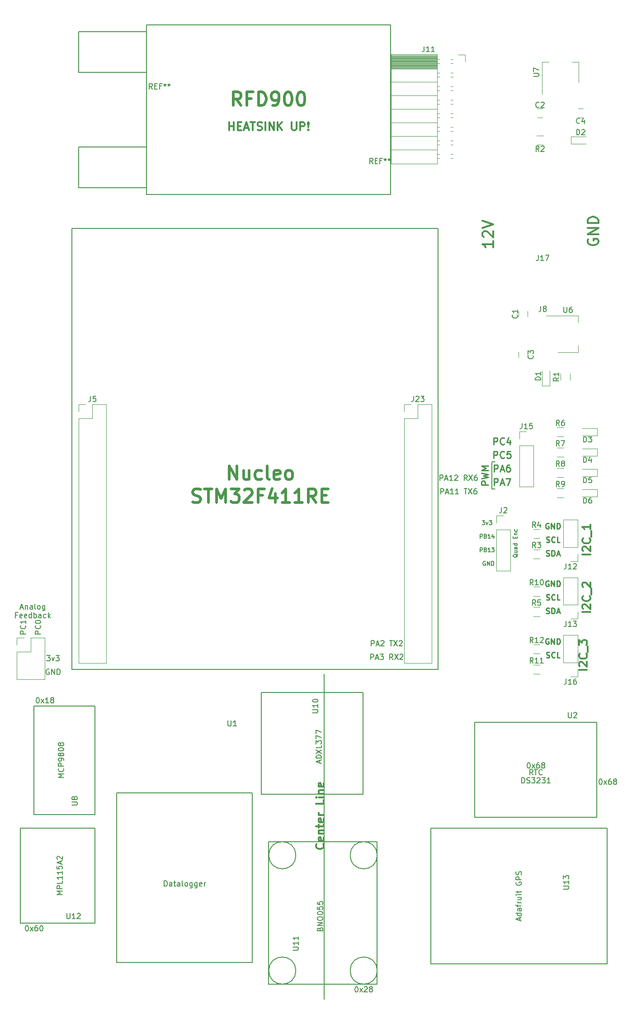
<source format=gto>
G04 #@! TF.FileFunction,Legend,Top*
%FSLAX46Y46*%
G04 Gerber Fmt 4.6, Leading zero omitted, Abs format (unit mm)*
G04 Created by KiCad (PCBNEW 4.0.7) date 01/25/18 11:26:49*
%MOMM*%
%LPD*%
G01*
G04 APERTURE LIST*
%ADD10C,0.100000*%
%ADD11C,0.150000*%
%ADD12C,0.508000*%
%ADD13C,0.127000*%
%ADD14C,0.254000*%
%ADD15C,0.200000*%
%ADD16C,0.300000*%
%ADD17C,0.120000*%
G04 APERTURE END LIST*
D10*
D11*
X64746476Y-161901667D02*
X65222667Y-161901667D01*
X64651238Y-162187381D02*
X64984571Y-161187381D01*
X65317905Y-162187381D01*
X65651238Y-161520714D02*
X65651238Y-162187381D01*
X65651238Y-161615952D02*
X65698857Y-161568333D01*
X65794095Y-161520714D01*
X65936953Y-161520714D01*
X66032191Y-161568333D01*
X66079810Y-161663571D01*
X66079810Y-162187381D01*
X66984572Y-162187381D02*
X66984572Y-161663571D01*
X66936953Y-161568333D01*
X66841715Y-161520714D01*
X66651238Y-161520714D01*
X66556000Y-161568333D01*
X66984572Y-162139762D02*
X66889334Y-162187381D01*
X66651238Y-162187381D01*
X66556000Y-162139762D01*
X66508381Y-162044524D01*
X66508381Y-161949286D01*
X66556000Y-161854048D01*
X66651238Y-161806429D01*
X66889334Y-161806429D01*
X66984572Y-161758810D01*
X67603619Y-162187381D02*
X67508381Y-162139762D01*
X67460762Y-162044524D01*
X67460762Y-161187381D01*
X68127429Y-162187381D02*
X68032191Y-162139762D01*
X67984572Y-162092143D01*
X67936953Y-161996905D01*
X67936953Y-161711190D01*
X67984572Y-161615952D01*
X68032191Y-161568333D01*
X68127429Y-161520714D01*
X68270287Y-161520714D01*
X68365525Y-161568333D01*
X68413144Y-161615952D01*
X68460763Y-161711190D01*
X68460763Y-161996905D01*
X68413144Y-162092143D01*
X68365525Y-162139762D01*
X68270287Y-162187381D01*
X68127429Y-162187381D01*
X69317906Y-161520714D02*
X69317906Y-162330238D01*
X69270287Y-162425476D01*
X69222668Y-162473095D01*
X69127429Y-162520714D01*
X68984572Y-162520714D01*
X68889334Y-162473095D01*
X69317906Y-162139762D02*
X69222668Y-162187381D01*
X69032191Y-162187381D01*
X68936953Y-162139762D01*
X68889334Y-162092143D01*
X68841715Y-161996905D01*
X68841715Y-161711190D01*
X68889334Y-161615952D01*
X68936953Y-161568333D01*
X69032191Y-161520714D01*
X69222668Y-161520714D01*
X69317906Y-161568333D01*
X64151238Y-163313571D02*
X63817904Y-163313571D01*
X63817904Y-163837381D02*
X63817904Y-162837381D01*
X64294095Y-162837381D01*
X65056000Y-163789762D02*
X64960762Y-163837381D01*
X64770285Y-163837381D01*
X64675047Y-163789762D01*
X64627428Y-163694524D01*
X64627428Y-163313571D01*
X64675047Y-163218333D01*
X64770285Y-163170714D01*
X64960762Y-163170714D01*
X65056000Y-163218333D01*
X65103619Y-163313571D01*
X65103619Y-163408810D01*
X64627428Y-163504048D01*
X65913143Y-163789762D02*
X65817905Y-163837381D01*
X65627428Y-163837381D01*
X65532190Y-163789762D01*
X65484571Y-163694524D01*
X65484571Y-163313571D01*
X65532190Y-163218333D01*
X65627428Y-163170714D01*
X65817905Y-163170714D01*
X65913143Y-163218333D01*
X65960762Y-163313571D01*
X65960762Y-163408810D01*
X65484571Y-163504048D01*
X66817905Y-163837381D02*
X66817905Y-162837381D01*
X66817905Y-163789762D02*
X66722667Y-163837381D01*
X66532190Y-163837381D01*
X66436952Y-163789762D01*
X66389333Y-163742143D01*
X66341714Y-163646905D01*
X66341714Y-163361190D01*
X66389333Y-163265952D01*
X66436952Y-163218333D01*
X66532190Y-163170714D01*
X66722667Y-163170714D01*
X66817905Y-163218333D01*
X67294095Y-163837381D02*
X67294095Y-162837381D01*
X67294095Y-163218333D02*
X67389333Y-163170714D01*
X67579810Y-163170714D01*
X67675048Y-163218333D01*
X67722667Y-163265952D01*
X67770286Y-163361190D01*
X67770286Y-163646905D01*
X67722667Y-163742143D01*
X67675048Y-163789762D01*
X67579810Y-163837381D01*
X67389333Y-163837381D01*
X67294095Y-163789762D01*
X68627429Y-163837381D02*
X68627429Y-163313571D01*
X68579810Y-163218333D01*
X68484572Y-163170714D01*
X68294095Y-163170714D01*
X68198857Y-163218333D01*
X68627429Y-163789762D02*
X68532191Y-163837381D01*
X68294095Y-163837381D01*
X68198857Y-163789762D01*
X68151238Y-163694524D01*
X68151238Y-163599286D01*
X68198857Y-163504048D01*
X68294095Y-163456429D01*
X68532191Y-163456429D01*
X68627429Y-163408810D01*
X69532191Y-163789762D02*
X69436953Y-163837381D01*
X69246476Y-163837381D01*
X69151238Y-163789762D01*
X69103619Y-163742143D01*
X69056000Y-163646905D01*
X69056000Y-163361190D01*
X69103619Y-163265952D01*
X69151238Y-163218333D01*
X69246476Y-163170714D01*
X69436953Y-163170714D01*
X69532191Y-163218333D01*
X69960762Y-163837381D02*
X69960762Y-162837381D01*
X70056000Y-163456429D02*
X70341715Y-163837381D01*
X70341715Y-163170714D02*
X69960762Y-163551667D01*
X130469047Y-169108381D02*
X130469047Y-168108381D01*
X130850000Y-168108381D01*
X130945238Y-168156000D01*
X130992857Y-168203619D01*
X131040476Y-168298857D01*
X131040476Y-168441714D01*
X130992857Y-168536952D01*
X130945238Y-168584571D01*
X130850000Y-168632190D01*
X130469047Y-168632190D01*
X131421428Y-168822667D02*
X131897619Y-168822667D01*
X131326190Y-169108381D02*
X131659523Y-168108381D01*
X131992857Y-169108381D01*
X132278571Y-168203619D02*
X132326190Y-168156000D01*
X132421428Y-168108381D01*
X132659524Y-168108381D01*
X132754762Y-168156000D01*
X132802381Y-168203619D01*
X132850000Y-168298857D01*
X132850000Y-168394095D01*
X132802381Y-168536952D01*
X132230952Y-169108381D01*
X132850000Y-169108381D01*
X133897619Y-168108381D02*
X134469048Y-168108381D01*
X134183333Y-169108381D02*
X134183333Y-168108381D01*
X134707143Y-168108381D02*
X135373810Y-169108381D01*
X135373810Y-168108381D02*
X134707143Y-169108381D01*
X135707143Y-168203619D02*
X135754762Y-168156000D01*
X135850000Y-168108381D01*
X136088096Y-168108381D01*
X136183334Y-168156000D01*
X136230953Y-168203619D01*
X136278572Y-168298857D01*
X136278572Y-168394095D01*
X136230953Y-168536952D01*
X135659524Y-169108381D01*
X136278572Y-169108381D01*
X130350000Y-171648381D02*
X130350000Y-170648381D01*
X130730953Y-170648381D01*
X130826191Y-170696000D01*
X130873810Y-170743619D01*
X130921429Y-170838857D01*
X130921429Y-170981714D01*
X130873810Y-171076952D01*
X130826191Y-171124571D01*
X130730953Y-171172190D01*
X130350000Y-171172190D01*
X131302381Y-171362667D02*
X131778572Y-171362667D01*
X131207143Y-171648381D02*
X131540476Y-170648381D01*
X131873810Y-171648381D01*
X132111905Y-170648381D02*
X132730953Y-170648381D01*
X132397619Y-171029333D01*
X132540477Y-171029333D01*
X132635715Y-171076952D01*
X132683334Y-171124571D01*
X132730953Y-171219810D01*
X132730953Y-171457905D01*
X132683334Y-171553143D01*
X132635715Y-171600762D01*
X132540477Y-171648381D01*
X132254762Y-171648381D01*
X132159524Y-171600762D01*
X132111905Y-171553143D01*
X134492858Y-171648381D02*
X134159524Y-171172190D01*
X133921429Y-171648381D02*
X133921429Y-170648381D01*
X134302382Y-170648381D01*
X134397620Y-170696000D01*
X134445239Y-170743619D01*
X134492858Y-170838857D01*
X134492858Y-170981714D01*
X134445239Y-171076952D01*
X134397620Y-171124571D01*
X134302382Y-171172190D01*
X133921429Y-171172190D01*
X134826191Y-170648381D02*
X135492858Y-171648381D01*
X135492858Y-170648381D02*
X134826191Y-171648381D01*
X135826191Y-170743619D02*
X135873810Y-170696000D01*
X135969048Y-170648381D01*
X136207144Y-170648381D01*
X136302382Y-170696000D01*
X136350001Y-170743619D01*
X136397620Y-170838857D01*
X136397620Y-170934095D01*
X136350001Y-171076952D01*
X135778572Y-171648381D01*
X136397620Y-171648381D01*
X143454857Y-140660381D02*
X143454857Y-139660381D01*
X143835810Y-139660381D01*
X143931048Y-139708000D01*
X143978667Y-139755619D01*
X144026286Y-139850857D01*
X144026286Y-139993714D01*
X143978667Y-140088952D01*
X143931048Y-140136571D01*
X143835810Y-140184190D01*
X143454857Y-140184190D01*
X144407238Y-140374667D02*
X144883429Y-140374667D01*
X144312000Y-140660381D02*
X144645333Y-139660381D01*
X144978667Y-140660381D01*
X145835810Y-140660381D02*
X145264381Y-140660381D01*
X145550095Y-140660381D02*
X145550095Y-139660381D01*
X145454857Y-139803238D01*
X145359619Y-139898476D01*
X145264381Y-139946095D01*
X146788191Y-140660381D02*
X146216762Y-140660381D01*
X146502476Y-140660381D02*
X146502476Y-139660381D01*
X146407238Y-139803238D01*
X146312000Y-139898476D01*
X146216762Y-139946095D01*
X147835810Y-139660381D02*
X148407239Y-139660381D01*
X148121524Y-140660381D02*
X148121524Y-139660381D01*
X148645334Y-139660381D02*
X149312001Y-140660381D01*
X149312001Y-139660381D02*
X148645334Y-140660381D01*
X150121525Y-139660381D02*
X149931048Y-139660381D01*
X149835810Y-139708000D01*
X149788191Y-139755619D01*
X149692953Y-139898476D01*
X149645334Y-140088952D01*
X149645334Y-140469905D01*
X149692953Y-140565143D01*
X149740572Y-140612762D01*
X149835810Y-140660381D01*
X150026287Y-140660381D01*
X150121525Y-140612762D01*
X150169144Y-140565143D01*
X150216763Y-140469905D01*
X150216763Y-140231810D01*
X150169144Y-140136571D01*
X150121525Y-140088952D01*
X150026287Y-140041333D01*
X149835810Y-140041333D01*
X149740572Y-140088952D01*
X149692953Y-140136571D01*
X149645334Y-140231810D01*
X143335809Y-138120381D02*
X143335809Y-137120381D01*
X143716762Y-137120381D01*
X143812000Y-137168000D01*
X143859619Y-137215619D01*
X143907238Y-137310857D01*
X143907238Y-137453714D01*
X143859619Y-137548952D01*
X143812000Y-137596571D01*
X143716762Y-137644190D01*
X143335809Y-137644190D01*
X144288190Y-137834667D02*
X144764381Y-137834667D01*
X144192952Y-138120381D02*
X144526285Y-137120381D01*
X144859619Y-138120381D01*
X145716762Y-138120381D02*
X145145333Y-138120381D01*
X145431047Y-138120381D02*
X145431047Y-137120381D01*
X145335809Y-137263238D01*
X145240571Y-137358476D01*
X145145333Y-137406095D01*
X146097714Y-137215619D02*
X146145333Y-137168000D01*
X146240571Y-137120381D01*
X146478667Y-137120381D01*
X146573905Y-137168000D01*
X146621524Y-137215619D01*
X146669143Y-137310857D01*
X146669143Y-137406095D01*
X146621524Y-137548952D01*
X146050095Y-138120381D01*
X146669143Y-138120381D01*
X148431048Y-138120381D02*
X148097714Y-137644190D01*
X147859619Y-138120381D02*
X147859619Y-137120381D01*
X148240572Y-137120381D01*
X148335810Y-137168000D01*
X148383429Y-137215619D01*
X148431048Y-137310857D01*
X148431048Y-137453714D01*
X148383429Y-137548952D01*
X148335810Y-137596571D01*
X148240572Y-137644190D01*
X147859619Y-137644190D01*
X148764381Y-137120381D02*
X149431048Y-138120381D01*
X149431048Y-137120381D02*
X148764381Y-138120381D01*
X150240572Y-137120381D02*
X150050095Y-137120381D01*
X149954857Y-137168000D01*
X149907238Y-137215619D01*
X149812000Y-137358476D01*
X149764381Y-137548952D01*
X149764381Y-137929905D01*
X149812000Y-138025143D01*
X149859619Y-138072762D01*
X149954857Y-138120381D01*
X150145334Y-138120381D01*
X150240572Y-138072762D01*
X150288191Y-138025143D01*
X150335810Y-137929905D01*
X150335810Y-137691810D01*
X150288191Y-137596571D01*
X150240572Y-137548952D01*
X150145334Y-137501333D01*
X149954857Y-137501333D01*
X149859619Y-137548952D01*
X149812000Y-137596571D01*
X149764381Y-137691810D01*
D12*
X103861810Y-137928048D02*
X103861810Y-135388048D01*
X105313238Y-137928048D01*
X105313238Y-135388048D01*
X107611333Y-136234714D02*
X107611333Y-137928048D01*
X106522762Y-136234714D02*
X106522762Y-137565190D01*
X106643714Y-137807095D01*
X106885619Y-137928048D01*
X107248476Y-137928048D01*
X107490381Y-137807095D01*
X107611333Y-137686143D01*
X109909428Y-137807095D02*
X109667524Y-137928048D01*
X109183714Y-137928048D01*
X108941809Y-137807095D01*
X108820857Y-137686143D01*
X108699905Y-137444238D01*
X108699905Y-136718524D01*
X108820857Y-136476619D01*
X108941809Y-136355667D01*
X109183714Y-136234714D01*
X109667524Y-136234714D01*
X109909428Y-136355667D01*
X111360857Y-137928048D02*
X111118952Y-137807095D01*
X110998000Y-137565190D01*
X110998000Y-135388048D01*
X113296095Y-137807095D02*
X113054190Y-137928048D01*
X112570381Y-137928048D01*
X112328476Y-137807095D01*
X112207524Y-137565190D01*
X112207524Y-136597571D01*
X112328476Y-136355667D01*
X112570381Y-136234714D01*
X113054190Y-136234714D01*
X113296095Y-136355667D01*
X113417047Y-136597571D01*
X113417047Y-136839476D01*
X112207524Y-137081381D01*
X114868476Y-137928048D02*
X114626571Y-137807095D01*
X114505619Y-137686143D01*
X114384667Y-137444238D01*
X114384667Y-136718524D01*
X114505619Y-136476619D01*
X114626571Y-136355667D01*
X114868476Y-136234714D01*
X115231333Y-136234714D01*
X115473238Y-136355667D01*
X115594190Y-136476619D01*
X115715143Y-136718524D01*
X115715143Y-137444238D01*
X115594190Y-137686143D01*
X115473238Y-137807095D01*
X115231333Y-137928048D01*
X114868476Y-137928048D01*
X97028000Y-142125095D02*
X97390857Y-142246048D01*
X97995619Y-142246048D01*
X98237523Y-142125095D01*
X98358476Y-142004143D01*
X98479428Y-141762238D01*
X98479428Y-141520333D01*
X98358476Y-141278429D01*
X98237523Y-141157476D01*
X97995619Y-141036524D01*
X97511809Y-140915571D01*
X97269904Y-140794619D01*
X97148952Y-140673667D01*
X97028000Y-140431762D01*
X97028000Y-140189857D01*
X97148952Y-139947952D01*
X97269904Y-139827000D01*
X97511809Y-139706048D01*
X98116571Y-139706048D01*
X98479428Y-139827000D01*
X99205143Y-139706048D02*
X100656571Y-139706048D01*
X99930857Y-142246048D02*
X99930857Y-139706048D01*
X101503238Y-142246048D02*
X101503238Y-139706048D01*
X102349905Y-141520333D01*
X103196571Y-139706048D01*
X103196571Y-142246048D01*
X104164190Y-139706048D02*
X105736571Y-139706048D01*
X104889904Y-140673667D01*
X105252762Y-140673667D01*
X105494666Y-140794619D01*
X105615619Y-140915571D01*
X105736571Y-141157476D01*
X105736571Y-141762238D01*
X105615619Y-142004143D01*
X105494666Y-142125095D01*
X105252762Y-142246048D01*
X104527047Y-142246048D01*
X104285143Y-142125095D01*
X104164190Y-142004143D01*
X106704191Y-139947952D02*
X106825143Y-139827000D01*
X107067048Y-139706048D01*
X107671810Y-139706048D01*
X107913714Y-139827000D01*
X108034667Y-139947952D01*
X108155619Y-140189857D01*
X108155619Y-140431762D01*
X108034667Y-140794619D01*
X106583238Y-142246048D01*
X108155619Y-142246048D01*
X110090858Y-140915571D02*
X109244191Y-140915571D01*
X109244191Y-142246048D02*
X109244191Y-139706048D01*
X110453715Y-139706048D01*
X112509905Y-140552714D02*
X112509905Y-142246048D01*
X111905143Y-139585095D02*
X111300382Y-141399381D01*
X112872762Y-141399381D01*
X115170858Y-142246048D02*
X113719430Y-142246048D01*
X114445144Y-142246048D02*
X114445144Y-139706048D01*
X114203239Y-140068905D01*
X113961334Y-140310810D01*
X113719430Y-140431762D01*
X117589906Y-142246048D02*
X116138478Y-142246048D01*
X116864192Y-142246048D02*
X116864192Y-139706048D01*
X116622287Y-140068905D01*
X116380382Y-140310810D01*
X116138478Y-140431762D01*
X120129906Y-142246048D02*
X119283240Y-141036524D01*
X118678478Y-142246048D02*
X118678478Y-139706048D01*
X119646097Y-139706048D01*
X119888002Y-139827000D01*
X120008954Y-139947952D01*
X120129906Y-140189857D01*
X120129906Y-140552714D01*
X120008954Y-140794619D01*
X119888002Y-140915571D01*
X119646097Y-141036524D01*
X118678478Y-141036524D01*
X121218478Y-140915571D02*
X122065145Y-140915571D01*
X122428002Y-142246048D02*
X121218478Y-142246048D01*
X121218478Y-139706048D01*
X122428002Y-139706048D01*
D11*
X70104096Y-173490000D02*
X70008858Y-173442381D01*
X69866001Y-173442381D01*
X69723143Y-173490000D01*
X69627905Y-173585238D01*
X69580286Y-173680476D01*
X69532667Y-173870952D01*
X69532667Y-174013810D01*
X69580286Y-174204286D01*
X69627905Y-174299524D01*
X69723143Y-174394762D01*
X69866001Y-174442381D01*
X69961239Y-174442381D01*
X70104096Y-174394762D01*
X70151715Y-174347143D01*
X70151715Y-174013810D01*
X69961239Y-174013810D01*
X70580286Y-174442381D02*
X70580286Y-173442381D01*
X71151715Y-174442381D01*
X71151715Y-173442381D01*
X71627905Y-174442381D02*
X71627905Y-173442381D01*
X71866000Y-173442381D01*
X72008858Y-173490000D01*
X72104096Y-173585238D01*
X72151715Y-173680476D01*
X72199334Y-173870952D01*
X72199334Y-174013810D01*
X72151715Y-174204286D01*
X72104096Y-174299524D01*
X72008858Y-174394762D01*
X71866000Y-174442381D01*
X71627905Y-174442381D01*
X69675524Y-170902381D02*
X70294572Y-170902381D01*
X69961238Y-171283333D01*
X70104096Y-171283333D01*
X70199334Y-171330952D01*
X70246953Y-171378571D01*
X70294572Y-171473810D01*
X70294572Y-171711905D01*
X70246953Y-171807143D01*
X70199334Y-171854762D01*
X70104096Y-171902381D01*
X69818381Y-171902381D01*
X69723143Y-171854762D01*
X69675524Y-171807143D01*
X70627905Y-171235714D02*
X70866000Y-171902381D01*
X71104096Y-171235714D01*
X71389810Y-170902381D02*
X72008858Y-170902381D01*
X71675524Y-171283333D01*
X71818382Y-171283333D01*
X71913620Y-171330952D01*
X71961239Y-171378571D01*
X72008858Y-171473810D01*
X72008858Y-171711905D01*
X71961239Y-171807143D01*
X71913620Y-171854762D01*
X71818382Y-171902381D01*
X71532667Y-171902381D01*
X71437429Y-171854762D01*
X71389810Y-171807143D01*
X68524381Y-166846095D02*
X67524381Y-166846095D01*
X67524381Y-166465142D01*
X67572000Y-166369904D01*
X67619619Y-166322285D01*
X67714857Y-166274666D01*
X67857714Y-166274666D01*
X67952952Y-166322285D01*
X68000571Y-166369904D01*
X68048190Y-166465142D01*
X68048190Y-166846095D01*
X68429143Y-165274666D02*
X68476762Y-165322285D01*
X68524381Y-165465142D01*
X68524381Y-165560380D01*
X68476762Y-165703238D01*
X68381524Y-165798476D01*
X68286286Y-165846095D01*
X68095810Y-165893714D01*
X67952952Y-165893714D01*
X67762476Y-165846095D01*
X67667238Y-165798476D01*
X67572000Y-165703238D01*
X67524381Y-165560380D01*
X67524381Y-165465142D01*
X67572000Y-165322285D01*
X67619619Y-165274666D01*
X67524381Y-164655619D02*
X67524381Y-164560380D01*
X67572000Y-164465142D01*
X67619619Y-164417523D01*
X67714857Y-164369904D01*
X67905333Y-164322285D01*
X68143429Y-164322285D01*
X68333905Y-164369904D01*
X68429143Y-164417523D01*
X68476762Y-164465142D01*
X68524381Y-164560380D01*
X68524381Y-164655619D01*
X68476762Y-164750857D01*
X68429143Y-164798476D01*
X68333905Y-164846095D01*
X68143429Y-164893714D01*
X67905333Y-164893714D01*
X67714857Y-164846095D01*
X67619619Y-164798476D01*
X67572000Y-164750857D01*
X67524381Y-164655619D01*
X65730381Y-166846095D02*
X64730381Y-166846095D01*
X64730381Y-166465142D01*
X64778000Y-166369904D01*
X64825619Y-166322285D01*
X64920857Y-166274666D01*
X65063714Y-166274666D01*
X65158952Y-166322285D01*
X65206571Y-166369904D01*
X65254190Y-166465142D01*
X65254190Y-166846095D01*
X65635143Y-165274666D02*
X65682762Y-165322285D01*
X65730381Y-165465142D01*
X65730381Y-165560380D01*
X65682762Y-165703238D01*
X65587524Y-165798476D01*
X65492286Y-165846095D01*
X65301810Y-165893714D01*
X65158952Y-165893714D01*
X64968476Y-165846095D01*
X64873238Y-165798476D01*
X64778000Y-165703238D01*
X64730381Y-165560380D01*
X64730381Y-165465142D01*
X64778000Y-165322285D01*
X64825619Y-165274666D01*
X65730381Y-164322285D02*
X65730381Y-164893714D01*
X65730381Y-164608000D02*
X64730381Y-164608000D01*
X64873238Y-164703238D01*
X64968476Y-164798476D01*
X65016095Y-164893714D01*
X173347238Y-194016381D02*
X173442477Y-194016381D01*
X173537715Y-194064000D01*
X173585334Y-194111619D01*
X173632953Y-194206857D01*
X173680572Y-194397333D01*
X173680572Y-194635429D01*
X173632953Y-194825905D01*
X173585334Y-194921143D01*
X173537715Y-194968762D01*
X173442477Y-195016381D01*
X173347238Y-195016381D01*
X173252000Y-194968762D01*
X173204381Y-194921143D01*
X173156762Y-194825905D01*
X173109143Y-194635429D01*
X173109143Y-194397333D01*
X173156762Y-194206857D01*
X173204381Y-194111619D01*
X173252000Y-194064000D01*
X173347238Y-194016381D01*
X174013905Y-195016381D02*
X174537715Y-194349714D01*
X174013905Y-194349714D02*
X174537715Y-195016381D01*
X175347239Y-194016381D02*
X175156762Y-194016381D01*
X175061524Y-194064000D01*
X175013905Y-194111619D01*
X174918667Y-194254476D01*
X174871048Y-194444952D01*
X174871048Y-194825905D01*
X174918667Y-194921143D01*
X174966286Y-194968762D01*
X175061524Y-195016381D01*
X175252001Y-195016381D01*
X175347239Y-194968762D01*
X175394858Y-194921143D01*
X175442477Y-194825905D01*
X175442477Y-194587810D01*
X175394858Y-194492571D01*
X175347239Y-194444952D01*
X175252001Y-194397333D01*
X175061524Y-194397333D01*
X174966286Y-194444952D01*
X174918667Y-194492571D01*
X174871048Y-194587810D01*
X176013905Y-194444952D02*
X175918667Y-194397333D01*
X175871048Y-194349714D01*
X175823429Y-194254476D01*
X175823429Y-194206857D01*
X175871048Y-194111619D01*
X175918667Y-194064000D01*
X176013905Y-194016381D01*
X176204382Y-194016381D01*
X176299620Y-194064000D01*
X176347239Y-194111619D01*
X176394858Y-194206857D01*
X176394858Y-194254476D01*
X176347239Y-194349714D01*
X176299620Y-194397333D01*
X176204382Y-194444952D01*
X176013905Y-194444952D01*
X175918667Y-194492571D01*
X175871048Y-194540190D01*
X175823429Y-194635429D01*
X175823429Y-194825905D01*
X175871048Y-194921143D01*
X175918667Y-194968762D01*
X176013905Y-195016381D01*
X176204382Y-195016381D01*
X176299620Y-194968762D01*
X176347239Y-194921143D01*
X176394858Y-194825905D01*
X176394858Y-194635429D01*
X176347239Y-194540190D01*
X176299620Y-194492571D01*
X176204382Y-194444952D01*
X67937238Y-178776381D02*
X68032477Y-178776381D01*
X68127715Y-178824000D01*
X68175334Y-178871619D01*
X68222953Y-178966857D01*
X68270572Y-179157333D01*
X68270572Y-179395429D01*
X68222953Y-179585905D01*
X68175334Y-179681143D01*
X68127715Y-179728762D01*
X68032477Y-179776381D01*
X67937238Y-179776381D01*
X67842000Y-179728762D01*
X67794381Y-179681143D01*
X67746762Y-179585905D01*
X67699143Y-179395429D01*
X67699143Y-179157333D01*
X67746762Y-178966857D01*
X67794381Y-178871619D01*
X67842000Y-178824000D01*
X67937238Y-178776381D01*
X68603905Y-179776381D02*
X69127715Y-179109714D01*
X68603905Y-179109714D02*
X69127715Y-179776381D01*
X70032477Y-179776381D02*
X69461048Y-179776381D01*
X69746762Y-179776381D02*
X69746762Y-178776381D01*
X69651524Y-178919238D01*
X69556286Y-179014476D01*
X69461048Y-179062095D01*
X70603905Y-179204952D02*
X70508667Y-179157333D01*
X70461048Y-179109714D01*
X70413429Y-179014476D01*
X70413429Y-178966857D01*
X70461048Y-178871619D01*
X70508667Y-178824000D01*
X70603905Y-178776381D01*
X70794382Y-178776381D01*
X70889620Y-178824000D01*
X70937239Y-178871619D01*
X70984858Y-178966857D01*
X70984858Y-179014476D01*
X70937239Y-179109714D01*
X70889620Y-179157333D01*
X70794382Y-179204952D01*
X70603905Y-179204952D01*
X70508667Y-179252571D01*
X70461048Y-179300190D01*
X70413429Y-179395429D01*
X70413429Y-179585905D01*
X70461048Y-179681143D01*
X70508667Y-179728762D01*
X70603905Y-179776381D01*
X70794382Y-179776381D01*
X70889620Y-179728762D01*
X70937239Y-179681143D01*
X70984858Y-179585905D01*
X70984858Y-179395429D01*
X70937239Y-179300190D01*
X70889620Y-179252571D01*
X70794382Y-179204952D01*
X65905238Y-221448381D02*
X66000477Y-221448381D01*
X66095715Y-221496000D01*
X66143334Y-221543619D01*
X66190953Y-221638857D01*
X66238572Y-221829333D01*
X66238572Y-222067429D01*
X66190953Y-222257905D01*
X66143334Y-222353143D01*
X66095715Y-222400762D01*
X66000477Y-222448381D01*
X65905238Y-222448381D01*
X65810000Y-222400762D01*
X65762381Y-222353143D01*
X65714762Y-222257905D01*
X65667143Y-222067429D01*
X65667143Y-221829333D01*
X65714762Y-221638857D01*
X65762381Y-221543619D01*
X65810000Y-221496000D01*
X65905238Y-221448381D01*
X66571905Y-222448381D02*
X67095715Y-221781714D01*
X66571905Y-221781714D02*
X67095715Y-222448381D01*
X67905239Y-221448381D02*
X67714762Y-221448381D01*
X67619524Y-221496000D01*
X67571905Y-221543619D01*
X67476667Y-221686476D01*
X67429048Y-221876952D01*
X67429048Y-222257905D01*
X67476667Y-222353143D01*
X67524286Y-222400762D01*
X67619524Y-222448381D01*
X67810001Y-222448381D01*
X67905239Y-222400762D01*
X67952858Y-222353143D01*
X68000477Y-222257905D01*
X68000477Y-222019810D01*
X67952858Y-221924571D01*
X67905239Y-221876952D01*
X67810001Y-221829333D01*
X67619524Y-221829333D01*
X67524286Y-221876952D01*
X67476667Y-221924571D01*
X67429048Y-222019810D01*
X68619524Y-221448381D02*
X68714763Y-221448381D01*
X68810001Y-221496000D01*
X68857620Y-221543619D01*
X68905239Y-221638857D01*
X68952858Y-221829333D01*
X68952858Y-222067429D01*
X68905239Y-222257905D01*
X68857620Y-222353143D01*
X68810001Y-222400762D01*
X68714763Y-222448381D01*
X68619524Y-222448381D01*
X68524286Y-222400762D01*
X68476667Y-222353143D01*
X68429048Y-222257905D01*
X68381429Y-222067429D01*
X68381429Y-221829333D01*
X68429048Y-221638857D01*
X68476667Y-221543619D01*
X68524286Y-221496000D01*
X68619524Y-221448381D01*
X127627238Y-232878381D02*
X127722477Y-232878381D01*
X127817715Y-232926000D01*
X127865334Y-232973619D01*
X127912953Y-233068857D01*
X127960572Y-233259333D01*
X127960572Y-233497429D01*
X127912953Y-233687905D01*
X127865334Y-233783143D01*
X127817715Y-233830762D01*
X127722477Y-233878381D01*
X127627238Y-233878381D01*
X127532000Y-233830762D01*
X127484381Y-233783143D01*
X127436762Y-233687905D01*
X127389143Y-233497429D01*
X127389143Y-233259333D01*
X127436762Y-233068857D01*
X127484381Y-232973619D01*
X127532000Y-232926000D01*
X127627238Y-232878381D01*
X128293905Y-233878381D02*
X128817715Y-233211714D01*
X128293905Y-233211714D02*
X128817715Y-233878381D01*
X129151048Y-232973619D02*
X129198667Y-232926000D01*
X129293905Y-232878381D01*
X129532001Y-232878381D01*
X129627239Y-232926000D01*
X129674858Y-232973619D01*
X129722477Y-233068857D01*
X129722477Y-233164095D01*
X129674858Y-233306952D01*
X129103429Y-233878381D01*
X129722477Y-233878381D01*
X130293905Y-233306952D02*
X130198667Y-233259333D01*
X130151048Y-233211714D01*
X130103429Y-233116476D01*
X130103429Y-233068857D01*
X130151048Y-232973619D01*
X130198667Y-232926000D01*
X130293905Y-232878381D01*
X130484382Y-232878381D01*
X130579620Y-232926000D01*
X130627239Y-232973619D01*
X130674858Y-233068857D01*
X130674858Y-233116476D01*
X130627239Y-233211714D01*
X130579620Y-233259333D01*
X130484382Y-233306952D01*
X130293905Y-233306952D01*
X130198667Y-233354571D01*
X130151048Y-233402190D01*
X130103429Y-233497429D01*
X130103429Y-233687905D01*
X130151048Y-233783143D01*
X130198667Y-233830762D01*
X130293905Y-233878381D01*
X130484382Y-233878381D01*
X130579620Y-233830762D01*
X130627239Y-233783143D01*
X130674858Y-233687905D01*
X130674858Y-233497429D01*
X130627239Y-233402190D01*
X130579620Y-233354571D01*
X130484382Y-233306952D01*
X72588381Y-215661429D02*
X71588381Y-215661429D01*
X72302667Y-215328095D01*
X71588381Y-214994762D01*
X72588381Y-214994762D01*
X72588381Y-214518572D02*
X71588381Y-214518572D01*
X71588381Y-214137619D01*
X71636000Y-214042381D01*
X71683619Y-213994762D01*
X71778857Y-213947143D01*
X71921714Y-213947143D01*
X72016952Y-213994762D01*
X72064571Y-214042381D01*
X72112190Y-214137619D01*
X72112190Y-214518572D01*
X72588381Y-213042381D02*
X72588381Y-213518572D01*
X71588381Y-213518572D01*
X72588381Y-212185238D02*
X72588381Y-212756667D01*
X72588381Y-212470953D02*
X71588381Y-212470953D01*
X71731238Y-212566191D01*
X71826476Y-212661429D01*
X71874095Y-212756667D01*
X72588381Y-211232857D02*
X72588381Y-211804286D01*
X72588381Y-211518572D02*
X71588381Y-211518572D01*
X71731238Y-211613810D01*
X71826476Y-211709048D01*
X71874095Y-211804286D01*
X71588381Y-210328095D02*
X71588381Y-210804286D01*
X72064571Y-210851905D01*
X72016952Y-210804286D01*
X71969333Y-210709048D01*
X71969333Y-210470952D01*
X72016952Y-210375714D01*
X72064571Y-210328095D01*
X72159810Y-210280476D01*
X72397905Y-210280476D01*
X72493143Y-210328095D01*
X72540762Y-210375714D01*
X72588381Y-210470952D01*
X72588381Y-210709048D01*
X72540762Y-210804286D01*
X72493143Y-210851905D01*
X72302667Y-209899524D02*
X72302667Y-209423333D01*
X72588381Y-209994762D02*
X71588381Y-209661429D01*
X72588381Y-209328095D01*
X71683619Y-209042381D02*
X71636000Y-208994762D01*
X71588381Y-208899524D01*
X71588381Y-208661428D01*
X71636000Y-208566190D01*
X71683619Y-208518571D01*
X71778857Y-208470952D01*
X71874095Y-208470952D01*
X72016952Y-208518571D01*
X72588381Y-209090000D01*
X72588381Y-208470952D01*
D13*
X151238858Y-145632714D02*
X151710572Y-145632714D01*
X151456572Y-145923000D01*
X151565430Y-145923000D01*
X151638001Y-145959286D01*
X151674287Y-145995571D01*
X151710572Y-146068143D01*
X151710572Y-146249571D01*
X151674287Y-146322143D01*
X151638001Y-146358429D01*
X151565430Y-146394714D01*
X151347715Y-146394714D01*
X151275144Y-146358429D01*
X151238858Y-146322143D01*
X151964572Y-145886714D02*
X152146001Y-146394714D01*
X152327429Y-145886714D01*
X152545143Y-145632714D02*
X153016857Y-145632714D01*
X152762857Y-145923000D01*
X152871715Y-145923000D01*
X152944286Y-145959286D01*
X152980572Y-145995571D01*
X153016857Y-146068143D01*
X153016857Y-146249571D01*
X152980572Y-146322143D01*
X152944286Y-146358429D01*
X152871715Y-146394714D01*
X152654000Y-146394714D01*
X152581429Y-146358429D01*
X152545143Y-146322143D01*
X151819428Y-153289000D02*
X151746857Y-153252714D01*
X151638000Y-153252714D01*
X151529143Y-153289000D01*
X151456571Y-153361571D01*
X151420286Y-153434143D01*
X151384000Y-153579286D01*
X151384000Y-153688143D01*
X151420286Y-153833286D01*
X151456571Y-153905857D01*
X151529143Y-153978429D01*
X151638000Y-154014714D01*
X151710571Y-154014714D01*
X151819428Y-153978429D01*
X151855714Y-153942143D01*
X151855714Y-153688143D01*
X151710571Y-153688143D01*
X152182286Y-154014714D02*
X152182286Y-153252714D01*
X152617714Y-154014714D01*
X152617714Y-153252714D01*
X152980572Y-154014714D02*
X152980572Y-153252714D01*
X153162000Y-153252714D01*
X153270857Y-153289000D01*
X153343429Y-153361571D01*
X153379714Y-153434143D01*
X153416000Y-153579286D01*
X153416000Y-153688143D01*
X153379714Y-153833286D01*
X153343429Y-153905857D01*
X153270857Y-153978429D01*
X153162000Y-154014714D01*
X152980572Y-154014714D01*
X150839715Y-151474714D02*
X150839715Y-150712714D01*
X151130000Y-150712714D01*
X151202572Y-150749000D01*
X151238857Y-150785286D01*
X151275143Y-150857857D01*
X151275143Y-150966714D01*
X151238857Y-151039286D01*
X151202572Y-151075571D01*
X151130000Y-151111857D01*
X150839715Y-151111857D01*
X151855715Y-151075571D02*
X151964572Y-151111857D01*
X152000857Y-151148143D01*
X152037143Y-151220714D01*
X152037143Y-151329571D01*
X152000857Y-151402143D01*
X151964572Y-151438429D01*
X151892000Y-151474714D01*
X151601715Y-151474714D01*
X151601715Y-150712714D01*
X151855715Y-150712714D01*
X151928286Y-150749000D01*
X151964572Y-150785286D01*
X152000857Y-150857857D01*
X152000857Y-150930429D01*
X151964572Y-151003000D01*
X151928286Y-151039286D01*
X151855715Y-151075571D01*
X151601715Y-151075571D01*
X152762857Y-151474714D02*
X152327429Y-151474714D01*
X152545143Y-151474714D02*
X152545143Y-150712714D01*
X152472572Y-150821571D01*
X152400000Y-150894143D01*
X152327429Y-150930429D01*
X153016857Y-150712714D02*
X153488571Y-150712714D01*
X153234571Y-151003000D01*
X153343429Y-151003000D01*
X153416000Y-151039286D01*
X153452286Y-151075571D01*
X153488571Y-151148143D01*
X153488571Y-151329571D01*
X153452286Y-151402143D01*
X153416000Y-151438429D01*
X153343429Y-151474714D01*
X153125714Y-151474714D01*
X153053143Y-151438429D01*
X153016857Y-151402143D01*
X150839715Y-148934714D02*
X150839715Y-148172714D01*
X151130000Y-148172714D01*
X151202572Y-148209000D01*
X151238857Y-148245286D01*
X151275143Y-148317857D01*
X151275143Y-148426714D01*
X151238857Y-148499286D01*
X151202572Y-148535571D01*
X151130000Y-148571857D01*
X150839715Y-148571857D01*
X151855715Y-148535571D02*
X151964572Y-148571857D01*
X152000857Y-148608143D01*
X152037143Y-148680714D01*
X152037143Y-148789571D01*
X152000857Y-148862143D01*
X151964572Y-148898429D01*
X151892000Y-148934714D01*
X151601715Y-148934714D01*
X151601715Y-148172714D01*
X151855715Y-148172714D01*
X151928286Y-148209000D01*
X151964572Y-148245286D01*
X152000857Y-148317857D01*
X152000857Y-148390429D01*
X151964572Y-148463000D01*
X151928286Y-148499286D01*
X151855715Y-148535571D01*
X151601715Y-148535571D01*
X152762857Y-148934714D02*
X152327429Y-148934714D01*
X152545143Y-148934714D02*
X152545143Y-148172714D01*
X152472572Y-148281571D01*
X152400000Y-148354143D01*
X152327429Y-148390429D01*
X153416000Y-148426714D02*
X153416000Y-148934714D01*
X153234571Y-148136429D02*
X153053143Y-148680714D01*
X153524857Y-148680714D01*
X157897286Y-151910143D02*
X157861000Y-151982715D01*
X157788429Y-152055286D01*
X157679571Y-152164143D01*
X157643286Y-152236715D01*
X157643286Y-152309286D01*
X157824714Y-152273001D02*
X157788429Y-152345572D01*
X157715857Y-152418143D01*
X157570714Y-152454429D01*
X157316714Y-152454429D01*
X157171571Y-152418143D01*
X157099000Y-152345572D01*
X157062714Y-152273001D01*
X157062714Y-152127858D01*
X157099000Y-152055286D01*
X157171571Y-151982715D01*
X157316714Y-151946429D01*
X157570714Y-151946429D01*
X157715857Y-151982715D01*
X157788429Y-152055286D01*
X157824714Y-152127858D01*
X157824714Y-152273001D01*
X157316714Y-151293286D02*
X157824714Y-151293286D01*
X157316714Y-151619857D02*
X157715857Y-151619857D01*
X157788429Y-151583572D01*
X157824714Y-151511000D01*
X157824714Y-151402143D01*
X157788429Y-151329572D01*
X157752143Y-151293286D01*
X157824714Y-150603857D02*
X157425571Y-150603857D01*
X157353000Y-150640143D01*
X157316714Y-150712714D01*
X157316714Y-150857857D01*
X157353000Y-150930428D01*
X157788429Y-150603857D02*
X157824714Y-150676428D01*
X157824714Y-150857857D01*
X157788429Y-150930428D01*
X157715857Y-150966714D01*
X157643286Y-150966714D01*
X157570714Y-150930428D01*
X157534429Y-150857857D01*
X157534429Y-150676428D01*
X157498143Y-150603857D01*
X157824714Y-149914428D02*
X157062714Y-149914428D01*
X157788429Y-149914428D02*
X157824714Y-149986999D01*
X157824714Y-150132142D01*
X157788429Y-150204714D01*
X157752143Y-150240999D01*
X157679571Y-150277285D01*
X157461857Y-150277285D01*
X157389286Y-150240999D01*
X157353000Y-150204714D01*
X157316714Y-150132142D01*
X157316714Y-149986999D01*
X157353000Y-149914428D01*
X157425571Y-148970999D02*
X157425571Y-148716999D01*
X157824714Y-148608142D02*
X157824714Y-148970999D01*
X157062714Y-148970999D01*
X157062714Y-148608142D01*
X157316714Y-148281570D02*
X157824714Y-148281570D01*
X157389286Y-148281570D02*
X157353000Y-148245285D01*
X157316714Y-148172713D01*
X157316714Y-148063856D01*
X157353000Y-147991285D01*
X157425571Y-147954999D01*
X157824714Y-147954999D01*
X157788429Y-147265570D02*
X157824714Y-147338141D01*
X157824714Y-147483284D01*
X157788429Y-147555856D01*
X157752143Y-147592141D01*
X157679571Y-147628427D01*
X157461857Y-147628427D01*
X157389286Y-147592141D01*
X157353000Y-147555856D01*
X157316714Y-147483284D01*
X157316714Y-147338141D01*
X157353000Y-147265570D01*
D14*
X163690905Y-167767000D02*
X163594143Y-167718619D01*
X163449000Y-167718619D01*
X163303858Y-167767000D01*
X163207096Y-167863762D01*
X163158715Y-167960524D01*
X163110334Y-168154048D01*
X163110334Y-168299190D01*
X163158715Y-168492714D01*
X163207096Y-168589476D01*
X163303858Y-168686238D01*
X163449000Y-168734619D01*
X163545762Y-168734619D01*
X163690905Y-168686238D01*
X163739286Y-168637857D01*
X163739286Y-168299190D01*
X163545762Y-168299190D01*
X164174715Y-168734619D02*
X164174715Y-167718619D01*
X164755286Y-168734619D01*
X164755286Y-167718619D01*
X165239096Y-168734619D02*
X165239096Y-167718619D01*
X165481001Y-167718619D01*
X165626143Y-167767000D01*
X165722905Y-167863762D01*
X165771286Y-167960524D01*
X165819667Y-168154048D01*
X165819667Y-168299190D01*
X165771286Y-168492714D01*
X165722905Y-168589476D01*
X165626143Y-168686238D01*
X165481001Y-168734619D01*
X165239096Y-168734619D01*
X163255477Y-171226238D02*
X163400620Y-171274619D01*
X163642524Y-171274619D01*
X163739286Y-171226238D01*
X163787667Y-171177857D01*
X163836048Y-171081095D01*
X163836048Y-170984333D01*
X163787667Y-170887571D01*
X163739286Y-170839190D01*
X163642524Y-170790810D01*
X163449001Y-170742429D01*
X163352239Y-170694048D01*
X163303858Y-170645667D01*
X163255477Y-170548905D01*
X163255477Y-170452143D01*
X163303858Y-170355381D01*
X163352239Y-170307000D01*
X163449001Y-170258619D01*
X163690905Y-170258619D01*
X163836048Y-170307000D01*
X164852048Y-171177857D02*
X164803667Y-171226238D01*
X164658524Y-171274619D01*
X164561762Y-171274619D01*
X164416620Y-171226238D01*
X164319858Y-171129476D01*
X164271477Y-171032714D01*
X164223096Y-170839190D01*
X164223096Y-170694048D01*
X164271477Y-170500524D01*
X164319858Y-170403762D01*
X164416620Y-170307000D01*
X164561762Y-170258619D01*
X164658524Y-170258619D01*
X164803667Y-170307000D01*
X164852048Y-170355381D01*
X165771286Y-171274619D02*
X165287477Y-171274619D01*
X165287477Y-170258619D01*
X163690905Y-156972000D02*
X163594143Y-156923619D01*
X163449000Y-156923619D01*
X163303858Y-156972000D01*
X163207096Y-157068762D01*
X163158715Y-157165524D01*
X163110334Y-157359048D01*
X163110334Y-157504190D01*
X163158715Y-157697714D01*
X163207096Y-157794476D01*
X163303858Y-157891238D01*
X163449000Y-157939619D01*
X163545762Y-157939619D01*
X163690905Y-157891238D01*
X163739286Y-157842857D01*
X163739286Y-157504190D01*
X163545762Y-157504190D01*
X164174715Y-157939619D02*
X164174715Y-156923619D01*
X164755286Y-157939619D01*
X164755286Y-156923619D01*
X165239096Y-157939619D02*
X165239096Y-156923619D01*
X165481001Y-156923619D01*
X165626143Y-156972000D01*
X165722905Y-157068762D01*
X165771286Y-157165524D01*
X165819667Y-157359048D01*
X165819667Y-157504190D01*
X165771286Y-157697714D01*
X165722905Y-157794476D01*
X165626143Y-157891238D01*
X165481001Y-157939619D01*
X165239096Y-157939619D01*
X163231286Y-162971238D02*
X163376429Y-163019619D01*
X163618333Y-163019619D01*
X163715095Y-162971238D01*
X163763476Y-162922857D01*
X163811857Y-162826095D01*
X163811857Y-162729333D01*
X163763476Y-162632571D01*
X163715095Y-162584190D01*
X163618333Y-162535810D01*
X163424810Y-162487429D01*
X163328048Y-162439048D01*
X163279667Y-162390667D01*
X163231286Y-162293905D01*
X163231286Y-162197143D01*
X163279667Y-162100381D01*
X163328048Y-162052000D01*
X163424810Y-162003619D01*
X163666714Y-162003619D01*
X163811857Y-162052000D01*
X164247286Y-163019619D02*
X164247286Y-162003619D01*
X164489191Y-162003619D01*
X164634333Y-162052000D01*
X164731095Y-162148762D01*
X164779476Y-162245524D01*
X164827857Y-162439048D01*
X164827857Y-162584190D01*
X164779476Y-162777714D01*
X164731095Y-162874476D01*
X164634333Y-162971238D01*
X164489191Y-163019619D01*
X164247286Y-163019619D01*
X165214905Y-162729333D02*
X165698714Y-162729333D01*
X165118143Y-163019619D02*
X165456810Y-162003619D01*
X165795476Y-163019619D01*
X163255477Y-160431238D02*
X163400620Y-160479619D01*
X163642524Y-160479619D01*
X163739286Y-160431238D01*
X163787667Y-160382857D01*
X163836048Y-160286095D01*
X163836048Y-160189333D01*
X163787667Y-160092571D01*
X163739286Y-160044190D01*
X163642524Y-159995810D01*
X163449001Y-159947429D01*
X163352239Y-159899048D01*
X163303858Y-159850667D01*
X163255477Y-159753905D01*
X163255477Y-159657143D01*
X163303858Y-159560381D01*
X163352239Y-159512000D01*
X163449001Y-159463619D01*
X163690905Y-159463619D01*
X163836048Y-159512000D01*
X164852048Y-160382857D02*
X164803667Y-160431238D01*
X164658524Y-160479619D01*
X164561762Y-160479619D01*
X164416620Y-160431238D01*
X164319858Y-160334476D01*
X164271477Y-160237714D01*
X164223096Y-160044190D01*
X164223096Y-159899048D01*
X164271477Y-159705524D01*
X164319858Y-159608762D01*
X164416620Y-159512000D01*
X164561762Y-159463619D01*
X164658524Y-159463619D01*
X164803667Y-159512000D01*
X164852048Y-159560381D01*
X165771286Y-160479619D02*
X165287477Y-160479619D01*
X165287477Y-159463619D01*
X163231286Y-152176238D02*
X163376429Y-152224619D01*
X163618333Y-152224619D01*
X163715095Y-152176238D01*
X163763476Y-152127857D01*
X163811857Y-152031095D01*
X163811857Y-151934333D01*
X163763476Y-151837571D01*
X163715095Y-151789190D01*
X163618333Y-151740810D01*
X163424810Y-151692429D01*
X163328048Y-151644048D01*
X163279667Y-151595667D01*
X163231286Y-151498905D01*
X163231286Y-151402143D01*
X163279667Y-151305381D01*
X163328048Y-151257000D01*
X163424810Y-151208619D01*
X163666714Y-151208619D01*
X163811857Y-151257000D01*
X164247286Y-152224619D02*
X164247286Y-151208619D01*
X164489191Y-151208619D01*
X164634333Y-151257000D01*
X164731095Y-151353762D01*
X164779476Y-151450524D01*
X164827857Y-151644048D01*
X164827857Y-151789190D01*
X164779476Y-151982714D01*
X164731095Y-152079476D01*
X164634333Y-152176238D01*
X164489191Y-152224619D01*
X164247286Y-152224619D01*
X165214905Y-151934333D02*
X165698714Y-151934333D01*
X165118143Y-152224619D02*
X165456810Y-151208619D01*
X165795476Y-152224619D01*
X152339524Y-138944048D02*
X151069524Y-138944048D01*
X151069524Y-138460239D01*
X151130000Y-138339286D01*
X151190476Y-138278810D01*
X151311429Y-138218334D01*
X151492857Y-138218334D01*
X151613810Y-138278810D01*
X151674286Y-138339286D01*
X151734762Y-138460239D01*
X151734762Y-138944048D01*
X151069524Y-137795000D02*
X152339524Y-137492619D01*
X151432381Y-137250715D01*
X152339524Y-137008810D01*
X151069524Y-136706429D01*
X152339524Y-136222619D02*
X151069524Y-136222619D01*
X151976667Y-135799286D01*
X151069524Y-135375952D01*
X152339524Y-135375952D01*
D15*
X153035000Y-134620000D02*
X153670000Y-134620000D01*
X153035000Y-139700000D02*
X153035000Y-134620000D01*
X153670000Y-139700000D02*
X153035000Y-139700000D01*
D14*
X163255477Y-149636238D02*
X163400620Y-149684619D01*
X163642524Y-149684619D01*
X163739286Y-149636238D01*
X163787667Y-149587857D01*
X163836048Y-149491095D01*
X163836048Y-149394333D01*
X163787667Y-149297571D01*
X163739286Y-149249190D01*
X163642524Y-149200810D01*
X163449001Y-149152429D01*
X163352239Y-149104048D01*
X163303858Y-149055667D01*
X163255477Y-148958905D01*
X163255477Y-148862143D01*
X163303858Y-148765381D01*
X163352239Y-148717000D01*
X163449001Y-148668619D01*
X163690905Y-148668619D01*
X163836048Y-148717000D01*
X164852048Y-149587857D02*
X164803667Y-149636238D01*
X164658524Y-149684619D01*
X164561762Y-149684619D01*
X164416620Y-149636238D01*
X164319858Y-149539476D01*
X164271477Y-149442714D01*
X164223096Y-149249190D01*
X164223096Y-149104048D01*
X164271477Y-148910524D01*
X164319858Y-148813762D01*
X164416620Y-148717000D01*
X164561762Y-148668619D01*
X164658524Y-148668619D01*
X164803667Y-148717000D01*
X164852048Y-148765381D01*
X165771286Y-149684619D02*
X165287477Y-149684619D01*
X165287477Y-148668619D01*
X163690905Y-146177000D02*
X163594143Y-146128619D01*
X163449000Y-146128619D01*
X163303858Y-146177000D01*
X163207096Y-146273762D01*
X163158715Y-146370524D01*
X163110334Y-146564048D01*
X163110334Y-146709190D01*
X163158715Y-146902714D01*
X163207096Y-146999476D01*
X163303858Y-147096238D01*
X163449000Y-147144619D01*
X163545762Y-147144619D01*
X163690905Y-147096238D01*
X163739286Y-147047857D01*
X163739286Y-146709190D01*
X163545762Y-146709190D01*
X164174715Y-147144619D02*
X164174715Y-146128619D01*
X164755286Y-147144619D01*
X164755286Y-146128619D01*
X165239096Y-147144619D02*
X165239096Y-146128619D01*
X165481001Y-146128619D01*
X165626143Y-146177000D01*
X165722905Y-146273762D01*
X165771286Y-146370524D01*
X165819667Y-146564048D01*
X165819667Y-146709190D01*
X165771286Y-146902714D01*
X165722905Y-146999476D01*
X165626143Y-147096238D01*
X165481001Y-147144619D01*
X165239096Y-147144619D01*
X153458334Y-139004524D02*
X153458334Y-137734524D01*
X153942143Y-137734524D01*
X154063096Y-137795000D01*
X154123572Y-137855476D01*
X154184048Y-137976429D01*
X154184048Y-138157857D01*
X154123572Y-138278810D01*
X154063096Y-138339286D01*
X153942143Y-138399762D01*
X153458334Y-138399762D01*
X154667858Y-138641667D02*
X155272620Y-138641667D01*
X154546905Y-139004524D02*
X154970239Y-137734524D01*
X155393572Y-139004524D01*
X155695953Y-137734524D02*
X156542619Y-137734524D01*
X155998334Y-139004524D01*
X153458334Y-136464524D02*
X153458334Y-135194524D01*
X153942143Y-135194524D01*
X154063096Y-135255000D01*
X154123572Y-135315476D01*
X154184048Y-135436429D01*
X154184048Y-135617857D01*
X154123572Y-135738810D01*
X154063096Y-135799286D01*
X153942143Y-135859762D01*
X153458334Y-135859762D01*
X154667858Y-136101667D02*
X155272620Y-136101667D01*
X154546905Y-136464524D02*
X154970239Y-135194524D01*
X155393572Y-136464524D01*
X156361191Y-135194524D02*
X156119286Y-135194524D01*
X155998334Y-135255000D01*
X155937857Y-135315476D01*
X155816905Y-135496905D01*
X155756429Y-135738810D01*
X155756429Y-136222619D01*
X155816905Y-136343571D01*
X155877381Y-136404048D01*
X155998334Y-136464524D01*
X156240238Y-136464524D01*
X156361191Y-136404048D01*
X156421667Y-136343571D01*
X156482143Y-136222619D01*
X156482143Y-135920238D01*
X156421667Y-135799286D01*
X156361191Y-135738810D01*
X156240238Y-135678333D01*
X155998334Y-135678333D01*
X155877381Y-135738810D01*
X155816905Y-135799286D01*
X155756429Y-135920238D01*
X153367619Y-133924524D02*
X153367619Y-132654524D01*
X153851428Y-132654524D01*
X153972381Y-132715000D01*
X154032857Y-132775476D01*
X154093333Y-132896429D01*
X154093333Y-133077857D01*
X154032857Y-133198810D01*
X153972381Y-133259286D01*
X153851428Y-133319762D01*
X153367619Y-133319762D01*
X155363333Y-133803571D02*
X155302857Y-133864048D01*
X155121428Y-133924524D01*
X155000476Y-133924524D01*
X154819048Y-133864048D01*
X154698095Y-133743095D01*
X154637619Y-133622143D01*
X154577143Y-133380238D01*
X154577143Y-133198810D01*
X154637619Y-132956905D01*
X154698095Y-132835952D01*
X154819048Y-132715000D01*
X155000476Y-132654524D01*
X155121428Y-132654524D01*
X155302857Y-132715000D01*
X155363333Y-132775476D01*
X156512381Y-132654524D02*
X155907619Y-132654524D01*
X155847143Y-133259286D01*
X155907619Y-133198810D01*
X156028571Y-133138333D01*
X156330952Y-133138333D01*
X156451905Y-133198810D01*
X156512381Y-133259286D01*
X156572857Y-133380238D01*
X156572857Y-133682619D01*
X156512381Y-133803571D01*
X156451905Y-133864048D01*
X156330952Y-133924524D01*
X156028571Y-133924524D01*
X155907619Y-133864048D01*
X155847143Y-133803571D01*
X153367619Y-131384524D02*
X153367619Y-130114524D01*
X153851428Y-130114524D01*
X153972381Y-130175000D01*
X154032857Y-130235476D01*
X154093333Y-130356429D01*
X154093333Y-130537857D01*
X154032857Y-130658810D01*
X153972381Y-130719286D01*
X153851428Y-130779762D01*
X153367619Y-130779762D01*
X155363333Y-131263571D02*
X155302857Y-131324048D01*
X155121428Y-131384524D01*
X155000476Y-131384524D01*
X154819048Y-131324048D01*
X154698095Y-131203095D01*
X154637619Y-131082143D01*
X154577143Y-130840238D01*
X154577143Y-130658810D01*
X154637619Y-130416905D01*
X154698095Y-130295952D01*
X154819048Y-130175000D01*
X155000476Y-130114524D01*
X155121428Y-130114524D01*
X155302857Y-130175000D01*
X155363333Y-130235476D01*
X156451905Y-130537857D02*
X156451905Y-131384524D01*
X156149524Y-130054048D02*
X155847143Y-130961190D01*
X156633333Y-130961190D01*
D16*
X121439714Y-206163999D02*
X121511143Y-206235428D01*
X121582571Y-206449714D01*
X121582571Y-206592571D01*
X121511143Y-206806856D01*
X121368286Y-206949714D01*
X121225429Y-207021142D01*
X120939714Y-207092571D01*
X120725429Y-207092571D01*
X120439714Y-207021142D01*
X120296857Y-206949714D01*
X120154000Y-206806856D01*
X120082571Y-206592571D01*
X120082571Y-206449714D01*
X120154000Y-206235428D01*
X120225429Y-206163999D01*
X121511143Y-204949714D02*
X121582571Y-205092571D01*
X121582571Y-205378285D01*
X121511143Y-205521142D01*
X121368286Y-205592571D01*
X120796857Y-205592571D01*
X120654000Y-205521142D01*
X120582571Y-205378285D01*
X120582571Y-205092571D01*
X120654000Y-204949714D01*
X120796857Y-204878285D01*
X120939714Y-204878285D01*
X121082571Y-205592571D01*
X120582571Y-204235428D02*
X121582571Y-204235428D01*
X120725429Y-204235428D02*
X120654000Y-204164000D01*
X120582571Y-204021142D01*
X120582571Y-203806857D01*
X120654000Y-203664000D01*
X120796857Y-203592571D01*
X121582571Y-203592571D01*
X120582571Y-203092571D02*
X120582571Y-202521142D01*
X120082571Y-202878285D02*
X121368286Y-202878285D01*
X121511143Y-202806857D01*
X121582571Y-202663999D01*
X121582571Y-202521142D01*
X121511143Y-201449714D02*
X121582571Y-201592571D01*
X121582571Y-201878285D01*
X121511143Y-202021142D01*
X121368286Y-202092571D01*
X120796857Y-202092571D01*
X120654000Y-202021142D01*
X120582571Y-201878285D01*
X120582571Y-201592571D01*
X120654000Y-201449714D01*
X120796857Y-201378285D01*
X120939714Y-201378285D01*
X121082571Y-202092571D01*
X121582571Y-200735428D02*
X120582571Y-200735428D01*
X120868286Y-200735428D02*
X120725429Y-200664000D01*
X120654000Y-200592571D01*
X120582571Y-200449714D01*
X120582571Y-200306857D01*
X121582571Y-197949714D02*
X121582571Y-198664000D01*
X120082571Y-198664000D01*
X121582571Y-197449714D02*
X120582571Y-197449714D01*
X120082571Y-197449714D02*
X120154000Y-197521143D01*
X120225429Y-197449714D01*
X120154000Y-197378286D01*
X120082571Y-197449714D01*
X120225429Y-197449714D01*
X120582571Y-196735428D02*
X121582571Y-196735428D01*
X120725429Y-196735428D02*
X120654000Y-196664000D01*
X120582571Y-196521142D01*
X120582571Y-196306857D01*
X120654000Y-196164000D01*
X120796857Y-196092571D01*
X121582571Y-196092571D01*
X121511143Y-194806857D02*
X121582571Y-194949714D01*
X121582571Y-195235428D01*
X121511143Y-195378285D01*
X121368286Y-195449714D01*
X120796857Y-195449714D01*
X120654000Y-195378285D01*
X120582571Y-195235428D01*
X120582571Y-194949714D01*
X120654000Y-194806857D01*
X120796857Y-194735428D01*
X120939714Y-194735428D01*
X121082571Y-195449714D01*
D15*
X121666000Y-235204000D02*
X121666000Y-174371000D01*
D16*
X171085000Y-92963809D02*
X170989762Y-93154286D01*
X170989762Y-93440000D01*
X171085000Y-93725714D01*
X171275476Y-93916190D01*
X171465952Y-94011429D01*
X171846905Y-94106667D01*
X172132619Y-94106667D01*
X172513571Y-94011429D01*
X172704048Y-93916190D01*
X172894524Y-93725714D01*
X172989762Y-93440000D01*
X172989762Y-93249524D01*
X172894524Y-92963809D01*
X172799286Y-92868571D01*
X172132619Y-92868571D01*
X172132619Y-93249524D01*
X172989762Y-92011429D02*
X170989762Y-92011429D01*
X172989762Y-90868571D01*
X170989762Y-90868571D01*
X172989762Y-89916191D02*
X170989762Y-89916191D01*
X170989762Y-89440000D01*
X171085000Y-89154286D01*
X171275476Y-88963810D01*
X171465952Y-88868571D01*
X171846905Y-88773333D01*
X172132619Y-88773333D01*
X172513571Y-88868571D01*
X172704048Y-88963810D01*
X172894524Y-89154286D01*
X172989762Y-89440000D01*
X172989762Y-89916191D01*
X170858571Y-173564999D02*
X169358571Y-173564999D01*
X169501429Y-172922142D02*
X169430000Y-172850713D01*
X169358571Y-172707856D01*
X169358571Y-172350713D01*
X169430000Y-172207856D01*
X169501429Y-172136427D01*
X169644286Y-172064999D01*
X169787143Y-172064999D01*
X170001429Y-172136427D01*
X170858571Y-172993570D01*
X170858571Y-172064999D01*
X170715714Y-170564999D02*
X170787143Y-170636428D01*
X170858571Y-170850714D01*
X170858571Y-170993571D01*
X170787143Y-171207856D01*
X170644286Y-171350714D01*
X170501429Y-171422142D01*
X170215714Y-171493571D01*
X170001429Y-171493571D01*
X169715714Y-171422142D01*
X169572857Y-171350714D01*
X169430000Y-171207856D01*
X169358571Y-170993571D01*
X169358571Y-170850714D01*
X169430000Y-170636428D01*
X169501429Y-170564999D01*
X171001429Y-170279285D02*
X171001429Y-169136428D01*
X169358571Y-168922142D02*
X169358571Y-167993571D01*
X169930000Y-168493571D01*
X169930000Y-168279285D01*
X170001429Y-168136428D01*
X170072857Y-168064999D01*
X170215714Y-167993571D01*
X170572857Y-167993571D01*
X170715714Y-168064999D01*
X170787143Y-168136428D01*
X170858571Y-168279285D01*
X170858571Y-168707857D01*
X170787143Y-168850714D01*
X170715714Y-168922142D01*
X171493571Y-162769999D02*
X169993571Y-162769999D01*
X170136429Y-162127142D02*
X170065000Y-162055713D01*
X169993571Y-161912856D01*
X169993571Y-161555713D01*
X170065000Y-161412856D01*
X170136429Y-161341427D01*
X170279286Y-161269999D01*
X170422143Y-161269999D01*
X170636429Y-161341427D01*
X171493571Y-162198570D01*
X171493571Y-161269999D01*
X171350714Y-159769999D02*
X171422143Y-159841428D01*
X171493571Y-160055714D01*
X171493571Y-160198571D01*
X171422143Y-160412856D01*
X171279286Y-160555714D01*
X171136429Y-160627142D01*
X170850714Y-160698571D01*
X170636429Y-160698571D01*
X170350714Y-160627142D01*
X170207857Y-160555714D01*
X170065000Y-160412856D01*
X169993571Y-160198571D01*
X169993571Y-160055714D01*
X170065000Y-159841428D01*
X170136429Y-159769999D01*
X171636429Y-159484285D02*
X171636429Y-158341428D01*
X170136429Y-158055714D02*
X170065000Y-157984285D01*
X169993571Y-157841428D01*
X169993571Y-157484285D01*
X170065000Y-157341428D01*
X170136429Y-157269999D01*
X170279286Y-157198571D01*
X170422143Y-157198571D01*
X170636429Y-157269999D01*
X171493571Y-158127142D01*
X171493571Y-157198571D01*
X171493571Y-151974999D02*
X169993571Y-151974999D01*
X170136429Y-151332142D02*
X170065000Y-151260713D01*
X169993571Y-151117856D01*
X169993571Y-150760713D01*
X170065000Y-150617856D01*
X170136429Y-150546427D01*
X170279286Y-150474999D01*
X170422143Y-150474999D01*
X170636429Y-150546427D01*
X171493571Y-151403570D01*
X171493571Y-150474999D01*
X171350714Y-148974999D02*
X171422143Y-149046428D01*
X171493571Y-149260714D01*
X171493571Y-149403571D01*
X171422143Y-149617856D01*
X171279286Y-149760714D01*
X171136429Y-149832142D01*
X170850714Y-149903571D01*
X170636429Y-149903571D01*
X170350714Y-149832142D01*
X170207857Y-149760714D01*
X170065000Y-149617856D01*
X169993571Y-149403571D01*
X169993571Y-149260714D01*
X170065000Y-149046428D01*
X170136429Y-148974999D01*
X171636429Y-148689285D02*
X171636429Y-147546428D01*
X171493571Y-146403571D02*
X171493571Y-147260714D01*
X171493571Y-146832142D02*
X169993571Y-146832142D01*
X170207857Y-146974999D01*
X170350714Y-147117857D01*
X170422143Y-147260714D01*
X171085000Y-92963809D02*
X170989762Y-93154286D01*
X170989762Y-93440000D01*
X171085000Y-93725714D01*
X171275476Y-93916190D01*
X171465952Y-94011429D01*
X171846905Y-94106667D01*
X172132619Y-94106667D01*
X172513571Y-94011429D01*
X172704048Y-93916190D01*
X172894524Y-93725714D01*
X172989762Y-93440000D01*
X172989762Y-93249524D01*
X172894524Y-92963809D01*
X172799286Y-92868571D01*
X172132619Y-92868571D01*
X172132619Y-93249524D01*
X172989762Y-92011429D02*
X170989762Y-92011429D01*
X172989762Y-90868571D01*
X170989762Y-90868571D01*
X172989762Y-89916191D02*
X170989762Y-89916191D01*
X170989762Y-89440000D01*
X171085000Y-89154286D01*
X171275476Y-88963810D01*
X171465952Y-88868571D01*
X171846905Y-88773333D01*
X172132619Y-88773333D01*
X172513571Y-88868571D01*
X172704048Y-88963810D01*
X172894524Y-89154286D01*
X172989762Y-89440000D01*
X172989762Y-89916191D01*
X153304762Y-93313095D02*
X153304762Y-94455953D01*
X153304762Y-93884524D02*
X151304762Y-93884524D01*
X151590476Y-94075000D01*
X151780952Y-94265476D01*
X151876190Y-94455953D01*
X151495238Y-92551191D02*
X151400000Y-92455953D01*
X151304762Y-92265476D01*
X151304762Y-91789286D01*
X151400000Y-91598810D01*
X151495238Y-91503572D01*
X151685714Y-91408333D01*
X151876190Y-91408333D01*
X152161905Y-91503572D01*
X153304762Y-92646429D01*
X153304762Y-91408333D01*
X151304762Y-90836905D02*
X153304762Y-90170238D01*
X151304762Y-89503571D01*
D15*
X74422000Y-90932000D02*
X143002000Y-90932000D01*
X143002000Y-173482000D02*
X74422000Y-173482000D01*
X143002000Y-173482000D02*
X143002000Y-90932000D01*
X74422000Y-173482000D02*
X74422000Y-90932000D01*
D16*
X103859143Y-72560571D02*
X103859143Y-71060571D01*
X103859143Y-71774857D02*
X104716286Y-71774857D01*
X104716286Y-72560571D02*
X104716286Y-71060571D01*
X105430572Y-71774857D02*
X105930572Y-71774857D01*
X106144858Y-72560571D02*
X105430572Y-72560571D01*
X105430572Y-71060571D01*
X106144858Y-71060571D01*
X106716286Y-72132000D02*
X107430572Y-72132000D01*
X106573429Y-72560571D02*
X107073429Y-71060571D01*
X107573429Y-72560571D01*
X107859143Y-71060571D02*
X108716286Y-71060571D01*
X108287715Y-72560571D02*
X108287715Y-71060571D01*
X109144857Y-72489143D02*
X109359143Y-72560571D01*
X109716286Y-72560571D01*
X109859143Y-72489143D01*
X109930572Y-72417714D01*
X110002000Y-72274857D01*
X110002000Y-72132000D01*
X109930572Y-71989143D01*
X109859143Y-71917714D01*
X109716286Y-71846286D01*
X109430572Y-71774857D01*
X109287714Y-71703429D01*
X109216286Y-71632000D01*
X109144857Y-71489143D01*
X109144857Y-71346286D01*
X109216286Y-71203429D01*
X109287714Y-71132000D01*
X109430572Y-71060571D01*
X109787714Y-71060571D01*
X110002000Y-71132000D01*
X110644857Y-72560571D02*
X110644857Y-71060571D01*
X111359143Y-72560571D02*
X111359143Y-71060571D01*
X112216286Y-72560571D01*
X112216286Y-71060571D01*
X112930572Y-72560571D02*
X112930572Y-71060571D01*
X113787715Y-72560571D02*
X113144858Y-71703429D01*
X113787715Y-71060571D02*
X112930572Y-71917714D01*
X115573429Y-71060571D02*
X115573429Y-72274857D01*
X115644857Y-72417714D01*
X115716286Y-72489143D01*
X115859143Y-72560571D01*
X116144857Y-72560571D01*
X116287715Y-72489143D01*
X116359143Y-72417714D01*
X116430572Y-72274857D01*
X116430572Y-71060571D01*
X117144858Y-72560571D02*
X117144858Y-71060571D01*
X117716286Y-71060571D01*
X117859144Y-71132000D01*
X117930572Y-71203429D01*
X118002001Y-71346286D01*
X118002001Y-71560571D01*
X117930572Y-71703429D01*
X117859144Y-71774857D01*
X117716286Y-71846286D01*
X117144858Y-71846286D01*
X118644858Y-72417714D02*
X118716286Y-72489143D01*
X118644858Y-72560571D01*
X118573429Y-72489143D01*
X118644858Y-72417714D01*
X118644858Y-72560571D01*
X118644858Y-71989143D02*
X118573429Y-71132000D01*
X118644858Y-71060571D01*
X118716286Y-71132000D01*
X118644858Y-71989143D01*
X118644858Y-71060571D01*
D12*
X106051047Y-67951048D02*
X105204381Y-66741524D01*
X104599619Y-67951048D02*
X104599619Y-65411048D01*
X105567238Y-65411048D01*
X105809143Y-65532000D01*
X105930095Y-65652952D01*
X106051047Y-65894857D01*
X106051047Y-66257714D01*
X105930095Y-66499619D01*
X105809143Y-66620571D01*
X105567238Y-66741524D01*
X104599619Y-66741524D01*
X107986286Y-66620571D02*
X107139619Y-66620571D01*
X107139619Y-67951048D02*
X107139619Y-65411048D01*
X108349143Y-65411048D01*
X109316762Y-67951048D02*
X109316762Y-65411048D01*
X109921524Y-65411048D01*
X110284381Y-65532000D01*
X110526286Y-65773905D01*
X110647238Y-66015810D01*
X110768190Y-66499619D01*
X110768190Y-66862476D01*
X110647238Y-67346286D01*
X110526286Y-67588190D01*
X110284381Y-67830095D01*
X109921524Y-67951048D01*
X109316762Y-67951048D01*
X111977714Y-67951048D02*
X112461524Y-67951048D01*
X112703429Y-67830095D01*
X112824381Y-67709143D01*
X113066286Y-67346286D01*
X113187238Y-66862476D01*
X113187238Y-65894857D01*
X113066286Y-65652952D01*
X112945333Y-65532000D01*
X112703429Y-65411048D01*
X112219619Y-65411048D01*
X111977714Y-65532000D01*
X111856762Y-65652952D01*
X111735810Y-65894857D01*
X111735810Y-66499619D01*
X111856762Y-66741524D01*
X111977714Y-66862476D01*
X112219619Y-66983429D01*
X112703429Y-66983429D01*
X112945333Y-66862476D01*
X113066286Y-66741524D01*
X113187238Y-66499619D01*
X114759619Y-65411048D02*
X115001524Y-65411048D01*
X115243429Y-65532000D01*
X115364381Y-65652952D01*
X115485334Y-65894857D01*
X115606286Y-66378667D01*
X115606286Y-66983429D01*
X115485334Y-67467238D01*
X115364381Y-67709143D01*
X115243429Y-67830095D01*
X115001524Y-67951048D01*
X114759619Y-67951048D01*
X114517715Y-67830095D01*
X114396762Y-67709143D01*
X114275810Y-67467238D01*
X114154858Y-66983429D01*
X114154858Y-66378667D01*
X114275810Y-65894857D01*
X114396762Y-65652952D01*
X114517715Y-65532000D01*
X114759619Y-65411048D01*
X117178667Y-65411048D02*
X117420572Y-65411048D01*
X117662477Y-65532000D01*
X117783429Y-65652952D01*
X117904382Y-65894857D01*
X118025334Y-66378667D01*
X118025334Y-66983429D01*
X117904382Y-67467238D01*
X117783429Y-67709143D01*
X117662477Y-67830095D01*
X117420572Y-67951048D01*
X117178667Y-67951048D01*
X116936763Y-67830095D01*
X116815810Y-67709143D01*
X116694858Y-67467238D01*
X116573906Y-66983429D01*
X116573906Y-66378667D01*
X116694858Y-65894857D01*
X116815810Y-65652952D01*
X116936763Y-65532000D01*
X117178667Y-65411048D01*
D15*
X75692000Y-75692000D02*
X88392000Y-75692000D01*
X75692000Y-83312000D02*
X75692000Y-75692000D01*
X88392000Y-83312000D02*
X75692000Y-83312000D01*
X75692000Y-61722000D02*
X88392000Y-61722000D01*
X75692000Y-54102000D02*
X75692000Y-61722000D01*
X88392000Y-54102000D02*
X75692000Y-54102000D01*
X88392000Y-52832000D02*
X88392000Y-54102000D01*
X88392000Y-84582000D02*
X134112000Y-84582000D01*
X88392000Y-52832000D02*
X88392000Y-84582000D01*
X134112000Y-52832000D02*
X88392000Y-52832000D01*
X134112000Y-84582000D02*
X134112000Y-52832000D01*
D17*
X169194400Y-114128600D02*
X169194400Y-112868600D01*
X169194400Y-107308600D02*
X169194400Y-108568600D01*
X165434400Y-114128600D02*
X169194400Y-114128600D01*
X163184400Y-107308600D02*
X169194400Y-107308600D01*
X142812000Y-58360000D02*
X142812000Y-60960000D01*
X142812000Y-60960000D02*
X134182000Y-60960000D01*
X134182000Y-60960000D02*
X134182000Y-58360000D01*
X134182000Y-58360000D02*
X142812000Y-58360000D01*
X143242000Y-59310000D02*
X142812000Y-59310000D01*
X143242000Y-60070000D02*
X142812000Y-60070000D01*
X145782000Y-59310000D02*
X145302000Y-59310000D01*
X145782000Y-60070000D02*
X145302000Y-60070000D01*
X142812000Y-58540000D02*
X134182000Y-58540000D01*
X142812000Y-58660000D02*
X134182000Y-58660000D01*
X142812000Y-58780000D02*
X134182000Y-58780000D01*
X142812000Y-58900000D02*
X134182000Y-58900000D01*
X142812000Y-59020000D02*
X134182000Y-59020000D01*
X142812000Y-59140000D02*
X134182000Y-59140000D01*
X142812000Y-59260000D02*
X134182000Y-59260000D01*
X142812000Y-59380000D02*
X134182000Y-59380000D01*
X142812000Y-59500000D02*
X134182000Y-59500000D01*
X142812000Y-59620000D02*
X134182000Y-59620000D01*
X142812000Y-59740000D02*
X134182000Y-59740000D01*
X142812000Y-59860000D02*
X134182000Y-59860000D01*
X142812000Y-59980000D02*
X134182000Y-59980000D01*
X142812000Y-60100000D02*
X134182000Y-60100000D01*
X142812000Y-60220000D02*
X134182000Y-60220000D01*
X142812000Y-60340000D02*
X134182000Y-60340000D01*
X142812000Y-60460000D02*
X134182000Y-60460000D01*
X142812000Y-60580000D02*
X134182000Y-60580000D01*
X142812000Y-60700000D02*
X134182000Y-60700000D01*
X142812000Y-60820000D02*
X134182000Y-60820000D01*
X142812000Y-60940000D02*
X134182000Y-60940000D01*
X142812000Y-61060000D02*
X134182000Y-61060000D01*
X142812000Y-60960000D02*
X142812000Y-63500000D01*
X142812000Y-63500000D02*
X134182000Y-63500000D01*
X134182000Y-63500000D02*
X134182000Y-60960000D01*
X134182000Y-60960000D02*
X142812000Y-60960000D01*
X143242000Y-61850000D02*
X142812000Y-61850000D01*
X143242000Y-62610000D02*
X142812000Y-62610000D01*
X145782000Y-61850000D02*
X145302000Y-61850000D01*
X145782000Y-62610000D02*
X145302000Y-62610000D01*
X142812000Y-63500000D02*
X142812000Y-66040000D01*
X142812000Y-66040000D02*
X134182000Y-66040000D01*
X134182000Y-66040000D02*
X134182000Y-63500000D01*
X134182000Y-63500000D02*
X142812000Y-63500000D01*
X143242000Y-64390000D02*
X142812000Y-64390000D01*
X143242000Y-65150000D02*
X142812000Y-65150000D01*
X145782000Y-64390000D02*
X145302000Y-64390000D01*
X145782000Y-65150000D02*
X145302000Y-65150000D01*
X142812000Y-66040000D02*
X142812000Y-68580000D01*
X142812000Y-68580000D02*
X134182000Y-68580000D01*
X134182000Y-68580000D02*
X134182000Y-66040000D01*
X134182000Y-66040000D02*
X142812000Y-66040000D01*
X143242000Y-66930000D02*
X142812000Y-66930000D01*
X143242000Y-67690000D02*
X142812000Y-67690000D01*
X145782000Y-66930000D02*
X145302000Y-66930000D01*
X145782000Y-67690000D02*
X145302000Y-67690000D01*
X142812000Y-68580000D02*
X142812000Y-71120000D01*
X142812000Y-71120000D02*
X134182000Y-71120000D01*
X134182000Y-71120000D02*
X134182000Y-68580000D01*
X134182000Y-68580000D02*
X142812000Y-68580000D01*
X143242000Y-69470000D02*
X142812000Y-69470000D01*
X143242000Y-70230000D02*
X142812000Y-70230000D01*
X145782000Y-69470000D02*
X145302000Y-69470000D01*
X145782000Y-70230000D02*
X145302000Y-70230000D01*
X142812000Y-71120000D02*
X142812000Y-73660000D01*
X142812000Y-73660000D02*
X134182000Y-73660000D01*
X134182000Y-73660000D02*
X134182000Y-71120000D01*
X134182000Y-71120000D02*
X142812000Y-71120000D01*
X143242000Y-72010000D02*
X142812000Y-72010000D01*
X143242000Y-72770000D02*
X142812000Y-72770000D01*
X145782000Y-72010000D02*
X145302000Y-72010000D01*
X145782000Y-72770000D02*
X145302000Y-72770000D01*
X142812000Y-73660000D02*
X142812000Y-76200000D01*
X142812000Y-76200000D02*
X134182000Y-76200000D01*
X134182000Y-76200000D02*
X134182000Y-73660000D01*
X134182000Y-73660000D02*
X142812000Y-73660000D01*
X143242000Y-74550000D02*
X142812000Y-74550000D01*
X143242000Y-75310000D02*
X142812000Y-75310000D01*
X145782000Y-74550000D02*
X145302000Y-74550000D01*
X145782000Y-75310000D02*
X145302000Y-75310000D01*
X142812000Y-76200000D02*
X142812000Y-78800000D01*
X142812000Y-78800000D02*
X134182000Y-78800000D01*
X134182000Y-78800000D02*
X134182000Y-76200000D01*
X134182000Y-76200000D02*
X142812000Y-76200000D01*
X143242000Y-77090000D02*
X142812000Y-77090000D01*
X143242000Y-77850000D02*
X142812000Y-77850000D01*
X145782000Y-77090000D02*
X145302000Y-77090000D01*
X145782000Y-77850000D02*
X145302000Y-77850000D01*
X146812000Y-58420000D02*
X148082000Y-58420000D01*
X148082000Y-58420000D02*
X148082000Y-59690000D01*
X169272000Y-59812000D02*
X168012000Y-59812000D01*
X162452000Y-59812000D02*
X163712000Y-59812000D01*
X169272000Y-63572000D02*
X169272000Y-59812000D01*
X162452000Y-65822000D02*
X162452000Y-59812000D01*
X162017000Y-170552000D02*
X160817000Y-170552000D01*
X160817000Y-168792000D02*
X162017000Y-168792000D01*
X162017000Y-174362000D02*
X160817000Y-174362000D01*
X160817000Y-172602000D02*
X162017000Y-172602000D01*
X162017000Y-159757000D02*
X160817000Y-159757000D01*
X160817000Y-157997000D02*
X162017000Y-157997000D01*
X166462000Y-141342000D02*
X165262000Y-141342000D01*
X165262000Y-139582000D02*
X166462000Y-139582000D01*
X166462000Y-137532000D02*
X165262000Y-137532000D01*
X165262000Y-135772000D02*
X166462000Y-135772000D01*
X166462000Y-133722000D02*
X165262000Y-133722000D01*
X165262000Y-131962000D02*
X166462000Y-131962000D01*
X166462000Y-129912000D02*
X165262000Y-129912000D01*
X165262000Y-128152000D02*
X166462000Y-128152000D01*
X162017000Y-163567000D02*
X160817000Y-163567000D01*
X160817000Y-161807000D02*
X162017000Y-161807000D01*
X162017000Y-148962000D02*
X160817000Y-148962000D01*
X160817000Y-147202000D02*
X162017000Y-147202000D01*
X162017000Y-152772000D02*
X160817000Y-152772000D01*
X160817000Y-151012000D02*
X162017000Y-151012000D01*
X161452000Y-73542000D02*
X162652000Y-73542000D01*
X162652000Y-75302000D02*
X161452000Y-75302000D01*
X167669100Y-118119600D02*
X167669100Y-119319600D01*
X165909100Y-119319600D02*
X165909100Y-118119600D01*
X169097000Y-172212000D02*
X169097000Y-167072000D01*
X169097000Y-167072000D02*
X166437000Y-167072000D01*
X166437000Y-167072000D02*
X166437000Y-172212000D01*
X166437000Y-172212000D02*
X169097000Y-172212000D01*
X169097000Y-173482000D02*
X169097000Y-174812000D01*
X169097000Y-174812000D02*
X167767000Y-174812000D01*
X158182000Y-131572000D02*
X158182000Y-139252000D01*
X158182000Y-139252000D02*
X160842000Y-139252000D01*
X160842000Y-139252000D02*
X160842000Y-131572000D01*
X160842000Y-131572000D02*
X158182000Y-131572000D01*
X158182000Y-130302000D02*
X158182000Y-128972000D01*
X158182000Y-128972000D02*
X159512000Y-128972000D01*
X169097000Y-161417000D02*
X169097000Y-156277000D01*
X169097000Y-156277000D02*
X166437000Y-156277000D01*
X166437000Y-156277000D02*
X166437000Y-161417000D01*
X166437000Y-161417000D02*
X169097000Y-161417000D01*
X169097000Y-162687000D02*
X169097000Y-164017000D01*
X169097000Y-164017000D02*
X167767000Y-164017000D01*
X169097000Y-150622000D02*
X169097000Y-145482000D01*
X169097000Y-145482000D02*
X166437000Y-145482000D01*
X166437000Y-145482000D02*
X166437000Y-150622000D01*
X166437000Y-150622000D02*
X169097000Y-150622000D01*
X169097000Y-151892000D02*
X169097000Y-153222000D01*
X169097000Y-153222000D02*
X167767000Y-153222000D01*
X172742000Y-141162000D02*
X172742000Y-139762000D01*
X172742000Y-139762000D02*
X169942000Y-139762000D01*
X172742000Y-141162000D02*
X169942000Y-141162000D01*
X172742000Y-137352000D02*
X172742000Y-135952000D01*
X172742000Y-135952000D02*
X169942000Y-135952000D01*
X172742000Y-137352000D02*
X169942000Y-137352000D01*
X172742000Y-133542000D02*
X172742000Y-132142000D01*
X172742000Y-132142000D02*
X169942000Y-132142000D01*
X172742000Y-133542000D02*
X169942000Y-133542000D01*
X172742000Y-129732000D02*
X172742000Y-128332000D01*
X172742000Y-128332000D02*
X169942000Y-128332000D01*
X172742000Y-129732000D02*
X169942000Y-129732000D01*
X167872000Y-73722000D02*
X167872000Y-75122000D01*
X167872000Y-75122000D02*
X170672000Y-75122000D01*
X167872000Y-73722000D02*
X170672000Y-73722000D01*
X162456900Y-120379900D02*
X163856900Y-120379900D01*
X163856900Y-120379900D02*
X163856900Y-117579900D01*
X162456900Y-120379900D02*
X162456900Y-117579900D01*
X169172000Y-70192000D02*
X170172000Y-70192000D01*
X170172000Y-68492000D02*
X169172000Y-68492000D01*
X159714300Y-115054000D02*
X159714300Y-114054000D01*
X158014300Y-114054000D02*
X158014300Y-115054000D01*
X162552000Y-68492000D02*
X161552000Y-68492000D01*
X161552000Y-70192000D02*
X162552000Y-70192000D01*
X158065100Y-106459400D02*
X158065100Y-107459400D01*
X159765100Y-107459400D02*
X159765100Y-106459400D01*
X136592000Y-126492000D02*
X136592000Y-172272000D01*
X136592000Y-172272000D02*
X141792000Y-172272000D01*
X141792000Y-172272000D02*
X141792000Y-123892000D01*
X141792000Y-123892000D02*
X139192000Y-123892000D01*
X139192000Y-123892000D02*
X139192000Y-126492000D01*
X139192000Y-126492000D02*
X136592000Y-126492000D01*
X136592000Y-125222000D02*
X136592000Y-123892000D01*
X136592000Y-123892000D02*
X137862000Y-123892000D01*
X75632000Y-126492000D02*
X75632000Y-172272000D01*
X75632000Y-172272000D02*
X80832000Y-172272000D01*
X80832000Y-172272000D02*
X80832000Y-123892000D01*
X80832000Y-123892000D02*
X78232000Y-123892000D01*
X78232000Y-123892000D02*
X78232000Y-126492000D01*
X78232000Y-126492000D02*
X75632000Y-126492000D01*
X75632000Y-125222000D02*
X75632000Y-123892000D01*
X75632000Y-123892000D02*
X76902000Y-123892000D01*
D11*
X78740000Y-180340000D02*
X78740000Y-200660000D01*
X78740000Y-200660000D02*
X67310000Y-200660000D01*
X67310000Y-200660000D02*
X67310000Y-180340000D01*
X67310000Y-180340000D02*
X78740000Y-180340000D01*
X109855000Y-177800000D02*
X128905000Y-177800000D01*
X128905000Y-177800000D02*
X128905000Y-196850000D01*
X128905000Y-196850000D02*
X109855000Y-196850000D01*
X109855000Y-196850000D02*
X109855000Y-177800000D01*
X116332000Y-229870000D02*
G75*
G03X116332000Y-229870000I-2540000J0D01*
G01*
X131572000Y-229870000D02*
G75*
G03X131572000Y-229870000I-2540000J0D01*
G01*
X131572000Y-208280000D02*
G75*
G03X131572000Y-208280000I-2540000J0D01*
G01*
X116332000Y-208280000D02*
G75*
G03X116332000Y-208280000I-2540000J0D01*
G01*
X111252000Y-205740000D02*
X111252000Y-232410000D01*
X111252000Y-232410000D02*
X131572000Y-232410000D01*
X131572000Y-232410000D02*
X131572000Y-205740000D01*
X131572000Y-205740000D02*
X111252000Y-205740000D01*
X141605000Y-203200000D02*
X174625000Y-203200000D01*
X174625000Y-203200000D02*
X174625000Y-228600000D01*
X174625000Y-228600000D02*
X141605000Y-228600000D01*
X141605000Y-203200000D02*
X141605000Y-228600000D01*
X66040000Y-203200000D02*
X64770000Y-203200000D01*
X64770000Y-203200000D02*
X64770000Y-220980000D01*
X64770000Y-220980000D02*
X66040000Y-220980000D01*
X78740000Y-219710000D02*
X78740000Y-204470000D01*
X78740000Y-204470000D02*
X78740000Y-203200000D01*
X78740000Y-203200000D02*
X66040000Y-203200000D01*
X66040000Y-220980000D02*
X78740000Y-220980000D01*
X78740000Y-220980000D02*
X78740000Y-218440000D01*
D17*
X64075000Y-175320000D02*
X69275000Y-175320000D01*
X64075000Y-170180000D02*
X64075000Y-175320000D01*
X69275000Y-167580000D02*
X69275000Y-175320000D01*
X64075000Y-170180000D02*
X66675000Y-170180000D01*
X66675000Y-170180000D02*
X66675000Y-167580000D01*
X66675000Y-167580000D02*
X69275000Y-167580000D01*
X64075000Y-168910000D02*
X64075000Y-167580000D01*
X64075000Y-167580000D02*
X65405000Y-167580000D01*
X153864000Y-155000000D02*
X156524000Y-155000000D01*
X153864000Y-147320000D02*
X153864000Y-155000000D01*
X156524000Y-147320000D02*
X156524000Y-155000000D01*
X153864000Y-147320000D02*
X156524000Y-147320000D01*
X153864000Y-146050000D02*
X153864000Y-144720000D01*
X153864000Y-144720000D02*
X155194000Y-144720000D01*
D11*
X95504000Y-196596000D02*
X108204000Y-196596000D01*
X108204000Y-196596000D02*
X108204000Y-228346000D01*
X108204000Y-228346000D02*
X82804000Y-228346000D01*
X82804000Y-228346000D02*
X82804000Y-196596000D01*
X82804000Y-196596000D02*
X95504000Y-196596000D01*
X161290000Y-183388000D02*
X172720000Y-183388000D01*
X172720000Y-183388000D02*
X172720000Y-201168000D01*
X172720000Y-201168000D02*
X149860000Y-201168000D01*
X149860000Y-201168000D02*
X149860000Y-183388000D01*
X149860000Y-183388000D02*
X161290000Y-183388000D01*
X169926000Y-183388000D02*
X170434000Y-183388000D01*
X166522495Y-105670981D02*
X166522495Y-106480505D01*
X166570114Y-106575743D01*
X166617733Y-106623362D01*
X166712971Y-106670981D01*
X166903448Y-106670981D01*
X166998686Y-106623362D01*
X167046305Y-106575743D01*
X167093924Y-106480505D01*
X167093924Y-105670981D01*
X167998686Y-105670981D02*
X167808209Y-105670981D01*
X167712971Y-105718600D01*
X167665352Y-105766219D01*
X167570114Y-105909076D01*
X167522495Y-106099552D01*
X167522495Y-106480505D01*
X167570114Y-106575743D01*
X167617733Y-106623362D01*
X167712971Y-106670981D01*
X167903448Y-106670981D01*
X167998686Y-106623362D01*
X168046305Y-106575743D01*
X168093924Y-106480505D01*
X168093924Y-106242410D01*
X168046305Y-106147171D01*
X167998686Y-106099552D01*
X167903448Y-106051933D01*
X167712971Y-106051933D01*
X167617733Y-106099552D01*
X167570114Y-106147171D01*
X167522495Y-106242410D01*
X140352477Y-56872381D02*
X140352477Y-57586667D01*
X140304857Y-57729524D01*
X140209619Y-57824762D01*
X140066762Y-57872381D01*
X139971524Y-57872381D01*
X141352477Y-57872381D02*
X140781048Y-57872381D01*
X141066762Y-57872381D02*
X141066762Y-56872381D01*
X140971524Y-57015238D01*
X140876286Y-57110476D01*
X140781048Y-57158095D01*
X142304858Y-57872381D02*
X141733429Y-57872381D01*
X142019143Y-57872381D02*
X142019143Y-56872381D01*
X141923905Y-57015238D01*
X141828667Y-57110476D01*
X141733429Y-57158095D01*
X160814381Y-62483905D02*
X161623905Y-62483905D01*
X161719143Y-62436286D01*
X161766762Y-62388667D01*
X161814381Y-62293429D01*
X161814381Y-62102952D01*
X161766762Y-62007714D01*
X161719143Y-61960095D01*
X161623905Y-61912476D01*
X160814381Y-61912476D01*
X160814381Y-61531524D02*
X160814381Y-60864857D01*
X161814381Y-61293429D01*
X160774143Y-168474381D02*
X160440809Y-167998190D01*
X160202714Y-168474381D02*
X160202714Y-167474381D01*
X160583667Y-167474381D01*
X160678905Y-167522000D01*
X160726524Y-167569619D01*
X160774143Y-167664857D01*
X160774143Y-167807714D01*
X160726524Y-167902952D01*
X160678905Y-167950571D01*
X160583667Y-167998190D01*
X160202714Y-167998190D01*
X161726524Y-168474381D02*
X161155095Y-168474381D01*
X161440809Y-168474381D02*
X161440809Y-167474381D01*
X161345571Y-167617238D01*
X161250333Y-167712476D01*
X161155095Y-167760095D01*
X162107476Y-167569619D02*
X162155095Y-167522000D01*
X162250333Y-167474381D01*
X162488429Y-167474381D01*
X162583667Y-167522000D01*
X162631286Y-167569619D01*
X162678905Y-167664857D01*
X162678905Y-167760095D01*
X162631286Y-167902952D01*
X162059857Y-168474381D01*
X162678905Y-168474381D01*
X160774143Y-172284381D02*
X160440809Y-171808190D01*
X160202714Y-172284381D02*
X160202714Y-171284381D01*
X160583667Y-171284381D01*
X160678905Y-171332000D01*
X160726524Y-171379619D01*
X160774143Y-171474857D01*
X160774143Y-171617714D01*
X160726524Y-171712952D01*
X160678905Y-171760571D01*
X160583667Y-171808190D01*
X160202714Y-171808190D01*
X161726524Y-172284381D02*
X161155095Y-172284381D01*
X161440809Y-172284381D02*
X161440809Y-171284381D01*
X161345571Y-171427238D01*
X161250333Y-171522476D01*
X161155095Y-171570095D01*
X162678905Y-172284381D02*
X162107476Y-172284381D01*
X162393190Y-172284381D02*
X162393190Y-171284381D01*
X162297952Y-171427238D01*
X162202714Y-171522476D01*
X162107476Y-171570095D01*
X160774143Y-157679381D02*
X160440809Y-157203190D01*
X160202714Y-157679381D02*
X160202714Y-156679381D01*
X160583667Y-156679381D01*
X160678905Y-156727000D01*
X160726524Y-156774619D01*
X160774143Y-156869857D01*
X160774143Y-157012714D01*
X160726524Y-157107952D01*
X160678905Y-157155571D01*
X160583667Y-157203190D01*
X160202714Y-157203190D01*
X161726524Y-157679381D02*
X161155095Y-157679381D01*
X161440809Y-157679381D02*
X161440809Y-156679381D01*
X161345571Y-156822238D01*
X161250333Y-156917476D01*
X161155095Y-156965095D01*
X162345571Y-156679381D02*
X162440810Y-156679381D01*
X162536048Y-156727000D01*
X162583667Y-156774619D01*
X162631286Y-156869857D01*
X162678905Y-157060333D01*
X162678905Y-157298429D01*
X162631286Y-157488905D01*
X162583667Y-157584143D01*
X162536048Y-157631762D01*
X162440810Y-157679381D01*
X162345571Y-157679381D01*
X162250333Y-157631762D01*
X162202714Y-157584143D01*
X162155095Y-157488905D01*
X162107476Y-157298429D01*
X162107476Y-157060333D01*
X162155095Y-156869857D01*
X162202714Y-156774619D01*
X162250333Y-156727000D01*
X162345571Y-156679381D01*
X165695334Y-139264381D02*
X165362000Y-138788190D01*
X165123905Y-139264381D02*
X165123905Y-138264381D01*
X165504858Y-138264381D01*
X165600096Y-138312000D01*
X165647715Y-138359619D01*
X165695334Y-138454857D01*
X165695334Y-138597714D01*
X165647715Y-138692952D01*
X165600096Y-138740571D01*
X165504858Y-138788190D01*
X165123905Y-138788190D01*
X166171524Y-139264381D02*
X166362000Y-139264381D01*
X166457239Y-139216762D01*
X166504858Y-139169143D01*
X166600096Y-139026286D01*
X166647715Y-138835810D01*
X166647715Y-138454857D01*
X166600096Y-138359619D01*
X166552477Y-138312000D01*
X166457239Y-138264381D01*
X166266762Y-138264381D01*
X166171524Y-138312000D01*
X166123905Y-138359619D01*
X166076286Y-138454857D01*
X166076286Y-138692952D01*
X166123905Y-138788190D01*
X166171524Y-138835810D01*
X166266762Y-138883429D01*
X166457239Y-138883429D01*
X166552477Y-138835810D01*
X166600096Y-138788190D01*
X166647715Y-138692952D01*
X165695334Y-135454381D02*
X165362000Y-134978190D01*
X165123905Y-135454381D02*
X165123905Y-134454381D01*
X165504858Y-134454381D01*
X165600096Y-134502000D01*
X165647715Y-134549619D01*
X165695334Y-134644857D01*
X165695334Y-134787714D01*
X165647715Y-134882952D01*
X165600096Y-134930571D01*
X165504858Y-134978190D01*
X165123905Y-134978190D01*
X166266762Y-134882952D02*
X166171524Y-134835333D01*
X166123905Y-134787714D01*
X166076286Y-134692476D01*
X166076286Y-134644857D01*
X166123905Y-134549619D01*
X166171524Y-134502000D01*
X166266762Y-134454381D01*
X166457239Y-134454381D01*
X166552477Y-134502000D01*
X166600096Y-134549619D01*
X166647715Y-134644857D01*
X166647715Y-134692476D01*
X166600096Y-134787714D01*
X166552477Y-134835333D01*
X166457239Y-134882952D01*
X166266762Y-134882952D01*
X166171524Y-134930571D01*
X166123905Y-134978190D01*
X166076286Y-135073429D01*
X166076286Y-135263905D01*
X166123905Y-135359143D01*
X166171524Y-135406762D01*
X166266762Y-135454381D01*
X166457239Y-135454381D01*
X166552477Y-135406762D01*
X166600096Y-135359143D01*
X166647715Y-135263905D01*
X166647715Y-135073429D01*
X166600096Y-134978190D01*
X166552477Y-134930571D01*
X166457239Y-134882952D01*
X165695334Y-131644381D02*
X165362000Y-131168190D01*
X165123905Y-131644381D02*
X165123905Y-130644381D01*
X165504858Y-130644381D01*
X165600096Y-130692000D01*
X165647715Y-130739619D01*
X165695334Y-130834857D01*
X165695334Y-130977714D01*
X165647715Y-131072952D01*
X165600096Y-131120571D01*
X165504858Y-131168190D01*
X165123905Y-131168190D01*
X166028667Y-130644381D02*
X166695334Y-130644381D01*
X166266762Y-131644381D01*
X165695334Y-127834381D02*
X165362000Y-127358190D01*
X165123905Y-127834381D02*
X165123905Y-126834381D01*
X165504858Y-126834381D01*
X165600096Y-126882000D01*
X165647715Y-126929619D01*
X165695334Y-127024857D01*
X165695334Y-127167714D01*
X165647715Y-127262952D01*
X165600096Y-127310571D01*
X165504858Y-127358190D01*
X165123905Y-127358190D01*
X166552477Y-126834381D02*
X166362000Y-126834381D01*
X166266762Y-126882000D01*
X166219143Y-126929619D01*
X166123905Y-127072476D01*
X166076286Y-127262952D01*
X166076286Y-127643905D01*
X166123905Y-127739143D01*
X166171524Y-127786762D01*
X166266762Y-127834381D01*
X166457239Y-127834381D01*
X166552477Y-127786762D01*
X166600096Y-127739143D01*
X166647715Y-127643905D01*
X166647715Y-127405810D01*
X166600096Y-127310571D01*
X166552477Y-127262952D01*
X166457239Y-127215333D01*
X166266762Y-127215333D01*
X166171524Y-127262952D01*
X166123905Y-127310571D01*
X166076286Y-127405810D01*
X161250334Y-161489381D02*
X160917000Y-161013190D01*
X160678905Y-161489381D02*
X160678905Y-160489381D01*
X161059858Y-160489381D01*
X161155096Y-160537000D01*
X161202715Y-160584619D01*
X161250334Y-160679857D01*
X161250334Y-160822714D01*
X161202715Y-160917952D01*
X161155096Y-160965571D01*
X161059858Y-161013190D01*
X160678905Y-161013190D01*
X162155096Y-160489381D02*
X161678905Y-160489381D01*
X161631286Y-160965571D01*
X161678905Y-160917952D01*
X161774143Y-160870333D01*
X162012239Y-160870333D01*
X162107477Y-160917952D01*
X162155096Y-160965571D01*
X162202715Y-161060810D01*
X162202715Y-161298905D01*
X162155096Y-161394143D01*
X162107477Y-161441762D01*
X162012239Y-161489381D01*
X161774143Y-161489381D01*
X161678905Y-161441762D01*
X161631286Y-161394143D01*
X161250334Y-146884381D02*
X160917000Y-146408190D01*
X160678905Y-146884381D02*
X160678905Y-145884381D01*
X161059858Y-145884381D01*
X161155096Y-145932000D01*
X161202715Y-145979619D01*
X161250334Y-146074857D01*
X161250334Y-146217714D01*
X161202715Y-146312952D01*
X161155096Y-146360571D01*
X161059858Y-146408190D01*
X160678905Y-146408190D01*
X162107477Y-146217714D02*
X162107477Y-146884381D01*
X161869381Y-145836762D02*
X161631286Y-146551048D01*
X162250334Y-146551048D01*
X161250334Y-150694381D02*
X160917000Y-150218190D01*
X160678905Y-150694381D02*
X160678905Y-149694381D01*
X161059858Y-149694381D01*
X161155096Y-149742000D01*
X161202715Y-149789619D01*
X161250334Y-149884857D01*
X161250334Y-150027714D01*
X161202715Y-150122952D01*
X161155096Y-150170571D01*
X161059858Y-150218190D01*
X160678905Y-150218190D01*
X161583667Y-149694381D02*
X162202715Y-149694381D01*
X161869381Y-150075333D01*
X162012239Y-150075333D01*
X162107477Y-150122952D01*
X162155096Y-150170571D01*
X162202715Y-150265810D01*
X162202715Y-150503905D01*
X162155096Y-150599143D01*
X162107477Y-150646762D01*
X162012239Y-150694381D01*
X161726524Y-150694381D01*
X161631286Y-150646762D01*
X161583667Y-150599143D01*
X161885334Y-76524381D02*
X161552000Y-76048190D01*
X161313905Y-76524381D02*
X161313905Y-75524381D01*
X161694858Y-75524381D01*
X161790096Y-75572000D01*
X161837715Y-75619619D01*
X161885334Y-75714857D01*
X161885334Y-75857714D01*
X161837715Y-75952952D01*
X161790096Y-76000571D01*
X161694858Y-76048190D01*
X161313905Y-76048190D01*
X162266286Y-75619619D02*
X162313905Y-75572000D01*
X162409143Y-75524381D01*
X162647239Y-75524381D01*
X162742477Y-75572000D01*
X162790096Y-75619619D01*
X162837715Y-75714857D01*
X162837715Y-75810095D01*
X162790096Y-75952952D01*
X162218667Y-76524381D01*
X162837715Y-76524381D01*
X165591481Y-118886266D02*
X165115290Y-119219600D01*
X165591481Y-119457695D02*
X164591481Y-119457695D01*
X164591481Y-119076742D01*
X164639100Y-118981504D01*
X164686719Y-118933885D01*
X164781957Y-118886266D01*
X164924814Y-118886266D01*
X165020052Y-118933885D01*
X165067671Y-118981504D01*
X165115290Y-119076742D01*
X165115290Y-119457695D01*
X165591481Y-117933885D02*
X165591481Y-118505314D01*
X165591481Y-118219600D02*
X164591481Y-118219600D01*
X164734338Y-118314838D01*
X164829576Y-118410076D01*
X164877195Y-118505314D01*
X166957477Y-175264381D02*
X166957477Y-175978667D01*
X166909857Y-176121524D01*
X166814619Y-176216762D01*
X166671762Y-176264381D01*
X166576524Y-176264381D01*
X167957477Y-176264381D02*
X167386048Y-176264381D01*
X167671762Y-176264381D02*
X167671762Y-175264381D01*
X167576524Y-175407238D01*
X167481286Y-175502476D01*
X167386048Y-175550095D01*
X168814620Y-175264381D02*
X168624143Y-175264381D01*
X168528905Y-175312000D01*
X168481286Y-175359619D01*
X168386048Y-175502476D01*
X168338429Y-175692952D01*
X168338429Y-176073905D01*
X168386048Y-176169143D01*
X168433667Y-176216762D01*
X168528905Y-176264381D01*
X168719382Y-176264381D01*
X168814620Y-176216762D01*
X168862239Y-176169143D01*
X168909858Y-176073905D01*
X168909858Y-175835810D01*
X168862239Y-175740571D01*
X168814620Y-175692952D01*
X168719382Y-175645333D01*
X168528905Y-175645333D01*
X168433667Y-175692952D01*
X168386048Y-175740571D01*
X168338429Y-175835810D01*
X158702477Y-127424381D02*
X158702477Y-128138667D01*
X158654857Y-128281524D01*
X158559619Y-128376762D01*
X158416762Y-128424381D01*
X158321524Y-128424381D01*
X159702477Y-128424381D02*
X159131048Y-128424381D01*
X159416762Y-128424381D02*
X159416762Y-127424381D01*
X159321524Y-127567238D01*
X159226286Y-127662476D01*
X159131048Y-127710095D01*
X160607239Y-127424381D02*
X160131048Y-127424381D01*
X160083429Y-127900571D01*
X160131048Y-127852952D01*
X160226286Y-127805333D01*
X160464382Y-127805333D01*
X160559620Y-127852952D01*
X160607239Y-127900571D01*
X160654858Y-127995810D01*
X160654858Y-128233905D01*
X160607239Y-128329143D01*
X160559620Y-128376762D01*
X160464382Y-128424381D01*
X160226286Y-128424381D01*
X160131048Y-128376762D01*
X160083429Y-128329143D01*
X166957477Y-164469381D02*
X166957477Y-165183667D01*
X166909857Y-165326524D01*
X166814619Y-165421762D01*
X166671762Y-165469381D01*
X166576524Y-165469381D01*
X167957477Y-165469381D02*
X167386048Y-165469381D01*
X167671762Y-165469381D02*
X167671762Y-164469381D01*
X167576524Y-164612238D01*
X167481286Y-164707476D01*
X167386048Y-164755095D01*
X168290810Y-164469381D02*
X168909858Y-164469381D01*
X168576524Y-164850333D01*
X168719382Y-164850333D01*
X168814620Y-164897952D01*
X168862239Y-164945571D01*
X168909858Y-165040810D01*
X168909858Y-165278905D01*
X168862239Y-165374143D01*
X168814620Y-165421762D01*
X168719382Y-165469381D01*
X168433667Y-165469381D01*
X168338429Y-165421762D01*
X168290810Y-165374143D01*
X166957477Y-153674381D02*
X166957477Y-154388667D01*
X166909857Y-154531524D01*
X166814619Y-154626762D01*
X166671762Y-154674381D01*
X166576524Y-154674381D01*
X167957477Y-154674381D02*
X167386048Y-154674381D01*
X167671762Y-154674381D02*
X167671762Y-153674381D01*
X167576524Y-153817238D01*
X167481286Y-153912476D01*
X167386048Y-153960095D01*
X168338429Y-153769619D02*
X168386048Y-153722000D01*
X168481286Y-153674381D01*
X168719382Y-153674381D01*
X168814620Y-153722000D01*
X168862239Y-153769619D01*
X168909858Y-153864857D01*
X168909858Y-153960095D01*
X168862239Y-154102952D01*
X168290810Y-154674381D01*
X168909858Y-154674381D01*
X170203905Y-142364381D02*
X170203905Y-141364381D01*
X170442000Y-141364381D01*
X170584858Y-141412000D01*
X170680096Y-141507238D01*
X170727715Y-141602476D01*
X170775334Y-141792952D01*
X170775334Y-141935810D01*
X170727715Y-142126286D01*
X170680096Y-142221524D01*
X170584858Y-142316762D01*
X170442000Y-142364381D01*
X170203905Y-142364381D01*
X171632477Y-141364381D02*
X171442000Y-141364381D01*
X171346762Y-141412000D01*
X171299143Y-141459619D01*
X171203905Y-141602476D01*
X171156286Y-141792952D01*
X171156286Y-142173905D01*
X171203905Y-142269143D01*
X171251524Y-142316762D01*
X171346762Y-142364381D01*
X171537239Y-142364381D01*
X171632477Y-142316762D01*
X171680096Y-142269143D01*
X171727715Y-142173905D01*
X171727715Y-141935810D01*
X171680096Y-141840571D01*
X171632477Y-141792952D01*
X171537239Y-141745333D01*
X171346762Y-141745333D01*
X171251524Y-141792952D01*
X171203905Y-141840571D01*
X171156286Y-141935810D01*
X170203905Y-138554381D02*
X170203905Y-137554381D01*
X170442000Y-137554381D01*
X170584858Y-137602000D01*
X170680096Y-137697238D01*
X170727715Y-137792476D01*
X170775334Y-137982952D01*
X170775334Y-138125810D01*
X170727715Y-138316286D01*
X170680096Y-138411524D01*
X170584858Y-138506762D01*
X170442000Y-138554381D01*
X170203905Y-138554381D01*
X171680096Y-137554381D02*
X171203905Y-137554381D01*
X171156286Y-138030571D01*
X171203905Y-137982952D01*
X171299143Y-137935333D01*
X171537239Y-137935333D01*
X171632477Y-137982952D01*
X171680096Y-138030571D01*
X171727715Y-138125810D01*
X171727715Y-138363905D01*
X171680096Y-138459143D01*
X171632477Y-138506762D01*
X171537239Y-138554381D01*
X171299143Y-138554381D01*
X171203905Y-138506762D01*
X171156286Y-138459143D01*
X170203905Y-134744381D02*
X170203905Y-133744381D01*
X170442000Y-133744381D01*
X170584858Y-133792000D01*
X170680096Y-133887238D01*
X170727715Y-133982476D01*
X170775334Y-134172952D01*
X170775334Y-134315810D01*
X170727715Y-134506286D01*
X170680096Y-134601524D01*
X170584858Y-134696762D01*
X170442000Y-134744381D01*
X170203905Y-134744381D01*
X171632477Y-134077714D02*
X171632477Y-134744381D01*
X171394381Y-133696762D02*
X171156286Y-134411048D01*
X171775334Y-134411048D01*
X170203905Y-130934381D02*
X170203905Y-129934381D01*
X170442000Y-129934381D01*
X170584858Y-129982000D01*
X170680096Y-130077238D01*
X170727715Y-130172476D01*
X170775334Y-130362952D01*
X170775334Y-130505810D01*
X170727715Y-130696286D01*
X170680096Y-130791524D01*
X170584858Y-130886762D01*
X170442000Y-130934381D01*
X170203905Y-130934381D01*
X171108667Y-129934381D02*
X171727715Y-129934381D01*
X171394381Y-130315333D01*
X171537239Y-130315333D01*
X171632477Y-130362952D01*
X171680096Y-130410571D01*
X171727715Y-130505810D01*
X171727715Y-130743905D01*
X171680096Y-130839143D01*
X171632477Y-130886762D01*
X171537239Y-130934381D01*
X171251524Y-130934381D01*
X171156286Y-130886762D01*
X171108667Y-130839143D01*
X168933905Y-73424381D02*
X168933905Y-72424381D01*
X169172000Y-72424381D01*
X169314858Y-72472000D01*
X169410096Y-72567238D01*
X169457715Y-72662476D01*
X169505334Y-72852952D01*
X169505334Y-72995810D01*
X169457715Y-73186286D01*
X169410096Y-73281524D01*
X169314858Y-73376762D01*
X169172000Y-73424381D01*
X168933905Y-73424381D01*
X169886286Y-72519619D02*
X169933905Y-72472000D01*
X170029143Y-72424381D01*
X170267239Y-72424381D01*
X170362477Y-72472000D01*
X170410096Y-72519619D01*
X170457715Y-72614857D01*
X170457715Y-72710095D01*
X170410096Y-72852952D01*
X169838667Y-73424381D01*
X170457715Y-73424381D01*
X162159281Y-119317995D02*
X161159281Y-119317995D01*
X161159281Y-119079900D01*
X161206900Y-118937042D01*
X161302138Y-118841804D01*
X161397376Y-118794185D01*
X161587852Y-118746566D01*
X161730710Y-118746566D01*
X161921186Y-118794185D01*
X162016424Y-118841804D01*
X162111662Y-118937042D01*
X162159281Y-119079900D01*
X162159281Y-119317995D01*
X162159281Y-117794185D02*
X162159281Y-118365614D01*
X162159281Y-118079900D02*
X161159281Y-118079900D01*
X161302138Y-118175138D01*
X161397376Y-118270376D01*
X161444995Y-118365614D01*
X169505334Y-71199143D02*
X169457715Y-71246762D01*
X169314858Y-71294381D01*
X169219620Y-71294381D01*
X169076762Y-71246762D01*
X168981524Y-71151524D01*
X168933905Y-71056286D01*
X168886286Y-70865810D01*
X168886286Y-70722952D01*
X168933905Y-70532476D01*
X168981524Y-70437238D01*
X169076762Y-70342000D01*
X169219620Y-70294381D01*
X169314858Y-70294381D01*
X169457715Y-70342000D01*
X169505334Y-70389619D01*
X170362477Y-70627714D02*
X170362477Y-71294381D01*
X170124381Y-70246762D02*
X169886286Y-70961048D01*
X170505334Y-70961048D01*
X160721443Y-114720666D02*
X160769062Y-114768285D01*
X160816681Y-114911142D01*
X160816681Y-115006380D01*
X160769062Y-115149238D01*
X160673824Y-115244476D01*
X160578586Y-115292095D01*
X160388110Y-115339714D01*
X160245252Y-115339714D01*
X160054776Y-115292095D01*
X159959538Y-115244476D01*
X159864300Y-115149238D01*
X159816681Y-115006380D01*
X159816681Y-114911142D01*
X159864300Y-114768285D01*
X159911919Y-114720666D01*
X159816681Y-114387333D02*
X159816681Y-113768285D01*
X160197633Y-114101619D01*
X160197633Y-113958761D01*
X160245252Y-113863523D01*
X160292871Y-113815904D01*
X160388110Y-113768285D01*
X160626205Y-113768285D01*
X160721443Y-113815904D01*
X160769062Y-113863523D01*
X160816681Y-113958761D01*
X160816681Y-114244476D01*
X160769062Y-114339714D01*
X160721443Y-114387333D01*
X161885334Y-68199143D02*
X161837715Y-68246762D01*
X161694858Y-68294381D01*
X161599620Y-68294381D01*
X161456762Y-68246762D01*
X161361524Y-68151524D01*
X161313905Y-68056286D01*
X161266286Y-67865810D01*
X161266286Y-67722952D01*
X161313905Y-67532476D01*
X161361524Y-67437238D01*
X161456762Y-67342000D01*
X161599620Y-67294381D01*
X161694858Y-67294381D01*
X161837715Y-67342000D01*
X161885334Y-67389619D01*
X162266286Y-67389619D02*
X162313905Y-67342000D01*
X162409143Y-67294381D01*
X162647239Y-67294381D01*
X162742477Y-67342000D01*
X162790096Y-67389619D01*
X162837715Y-67484857D01*
X162837715Y-67580095D01*
X162790096Y-67722952D01*
X162218667Y-68294381D01*
X162837715Y-68294381D01*
X157772243Y-107126066D02*
X157819862Y-107173685D01*
X157867481Y-107316542D01*
X157867481Y-107411780D01*
X157819862Y-107554638D01*
X157724624Y-107649876D01*
X157629386Y-107697495D01*
X157438910Y-107745114D01*
X157296052Y-107745114D01*
X157105576Y-107697495D01*
X157010338Y-107649876D01*
X156915100Y-107554638D01*
X156867481Y-107411780D01*
X156867481Y-107316542D01*
X156915100Y-107173685D01*
X156962719Y-107126066D01*
X157867481Y-106173685D02*
X157867481Y-106745114D01*
X157867481Y-106459400D02*
X156867481Y-106459400D01*
X157010338Y-106554638D01*
X157105576Y-106649876D01*
X157153195Y-106745114D01*
X138382477Y-122344381D02*
X138382477Y-123058667D01*
X138334857Y-123201524D01*
X138239619Y-123296762D01*
X138096762Y-123344381D01*
X138001524Y-123344381D01*
X138811048Y-122439619D02*
X138858667Y-122392000D01*
X138953905Y-122344381D01*
X139192001Y-122344381D01*
X139287239Y-122392000D01*
X139334858Y-122439619D01*
X139382477Y-122534857D01*
X139382477Y-122630095D01*
X139334858Y-122772952D01*
X138763429Y-123344381D01*
X139382477Y-123344381D01*
X139715810Y-122344381D02*
X140334858Y-122344381D01*
X140001524Y-122725333D01*
X140144382Y-122725333D01*
X140239620Y-122772952D01*
X140287239Y-122820571D01*
X140334858Y-122915810D01*
X140334858Y-123153905D01*
X140287239Y-123249143D01*
X140239620Y-123296762D01*
X140144382Y-123344381D01*
X139858667Y-123344381D01*
X139763429Y-123296762D01*
X139715810Y-123249143D01*
X77898667Y-122344381D02*
X77898667Y-123058667D01*
X77851047Y-123201524D01*
X77755809Y-123296762D01*
X77612952Y-123344381D01*
X77517714Y-123344381D01*
X78851048Y-122344381D02*
X78374857Y-122344381D01*
X78327238Y-122820571D01*
X78374857Y-122772952D01*
X78470095Y-122725333D01*
X78708191Y-122725333D01*
X78803429Y-122772952D01*
X78851048Y-122820571D01*
X78898667Y-122915810D01*
X78898667Y-123153905D01*
X78851048Y-123249143D01*
X78803429Y-123296762D01*
X78708191Y-123344381D01*
X78470095Y-123344381D01*
X78374857Y-123296762D01*
X78327238Y-123249143D01*
X74382381Y-198881905D02*
X75191905Y-198881905D01*
X75287143Y-198834286D01*
X75334762Y-198786667D01*
X75382381Y-198691429D01*
X75382381Y-198500952D01*
X75334762Y-198405714D01*
X75287143Y-198358095D01*
X75191905Y-198310476D01*
X74382381Y-198310476D01*
X74810952Y-197691429D02*
X74763333Y-197786667D01*
X74715714Y-197834286D01*
X74620476Y-197881905D01*
X74572857Y-197881905D01*
X74477619Y-197834286D01*
X74430000Y-197786667D01*
X74382381Y-197691429D01*
X74382381Y-197500952D01*
X74430000Y-197405714D01*
X74477619Y-197358095D01*
X74572857Y-197310476D01*
X74620476Y-197310476D01*
X74715714Y-197358095D01*
X74763333Y-197405714D01*
X74810952Y-197500952D01*
X74810952Y-197691429D01*
X74858571Y-197786667D01*
X74906190Y-197834286D01*
X75001429Y-197881905D01*
X75191905Y-197881905D01*
X75287143Y-197834286D01*
X75334762Y-197786667D01*
X75382381Y-197691429D01*
X75382381Y-197500952D01*
X75334762Y-197405714D01*
X75287143Y-197358095D01*
X75191905Y-197310476D01*
X75001429Y-197310476D01*
X74906190Y-197358095D01*
X74858571Y-197405714D01*
X74810952Y-197500952D01*
X72842381Y-193738095D02*
X71842381Y-193738095D01*
X72556667Y-193404761D01*
X71842381Y-193071428D01*
X72842381Y-193071428D01*
X72747143Y-192023809D02*
X72794762Y-192071428D01*
X72842381Y-192214285D01*
X72842381Y-192309523D01*
X72794762Y-192452381D01*
X72699524Y-192547619D01*
X72604286Y-192595238D01*
X72413810Y-192642857D01*
X72270952Y-192642857D01*
X72080476Y-192595238D01*
X71985238Y-192547619D01*
X71890000Y-192452381D01*
X71842381Y-192309523D01*
X71842381Y-192214285D01*
X71890000Y-192071428D01*
X71937619Y-192023809D01*
X72842381Y-191595238D02*
X71842381Y-191595238D01*
X71842381Y-191214285D01*
X71890000Y-191119047D01*
X71937619Y-191071428D01*
X72032857Y-191023809D01*
X72175714Y-191023809D01*
X72270952Y-191071428D01*
X72318571Y-191119047D01*
X72366190Y-191214285D01*
X72366190Y-191595238D01*
X72842381Y-190547619D02*
X72842381Y-190357143D01*
X72794762Y-190261904D01*
X72747143Y-190214285D01*
X72604286Y-190119047D01*
X72413810Y-190071428D01*
X72032857Y-190071428D01*
X71937619Y-190119047D01*
X71890000Y-190166666D01*
X71842381Y-190261904D01*
X71842381Y-190452381D01*
X71890000Y-190547619D01*
X71937619Y-190595238D01*
X72032857Y-190642857D01*
X72270952Y-190642857D01*
X72366190Y-190595238D01*
X72413810Y-190547619D01*
X72461429Y-190452381D01*
X72461429Y-190261904D01*
X72413810Y-190166666D01*
X72366190Y-190119047D01*
X72270952Y-190071428D01*
X72270952Y-189500000D02*
X72223333Y-189595238D01*
X72175714Y-189642857D01*
X72080476Y-189690476D01*
X72032857Y-189690476D01*
X71937619Y-189642857D01*
X71890000Y-189595238D01*
X71842381Y-189500000D01*
X71842381Y-189309523D01*
X71890000Y-189214285D01*
X71937619Y-189166666D01*
X72032857Y-189119047D01*
X72080476Y-189119047D01*
X72175714Y-189166666D01*
X72223333Y-189214285D01*
X72270952Y-189309523D01*
X72270952Y-189500000D01*
X72318571Y-189595238D01*
X72366190Y-189642857D01*
X72461429Y-189690476D01*
X72651905Y-189690476D01*
X72747143Y-189642857D01*
X72794762Y-189595238D01*
X72842381Y-189500000D01*
X72842381Y-189309523D01*
X72794762Y-189214285D01*
X72747143Y-189166666D01*
X72651905Y-189119047D01*
X72461429Y-189119047D01*
X72366190Y-189166666D01*
X72318571Y-189214285D01*
X72270952Y-189309523D01*
X71842381Y-188500000D02*
X71842381Y-188404761D01*
X71890000Y-188309523D01*
X71937619Y-188261904D01*
X72032857Y-188214285D01*
X72223333Y-188166666D01*
X72461429Y-188166666D01*
X72651905Y-188214285D01*
X72747143Y-188261904D01*
X72794762Y-188309523D01*
X72842381Y-188404761D01*
X72842381Y-188500000D01*
X72794762Y-188595238D01*
X72747143Y-188642857D01*
X72651905Y-188690476D01*
X72461429Y-188738095D01*
X72223333Y-188738095D01*
X72032857Y-188690476D01*
X71937619Y-188642857D01*
X71890000Y-188595238D01*
X71842381Y-188500000D01*
X72270952Y-187595238D02*
X72223333Y-187690476D01*
X72175714Y-187738095D01*
X72080476Y-187785714D01*
X72032857Y-187785714D01*
X71937619Y-187738095D01*
X71890000Y-187690476D01*
X71842381Y-187595238D01*
X71842381Y-187404761D01*
X71890000Y-187309523D01*
X71937619Y-187261904D01*
X72032857Y-187214285D01*
X72080476Y-187214285D01*
X72175714Y-187261904D01*
X72223333Y-187309523D01*
X72270952Y-187404761D01*
X72270952Y-187595238D01*
X72318571Y-187690476D01*
X72366190Y-187738095D01*
X72461429Y-187785714D01*
X72651905Y-187785714D01*
X72747143Y-187738095D01*
X72794762Y-187690476D01*
X72842381Y-187595238D01*
X72842381Y-187404761D01*
X72794762Y-187309523D01*
X72747143Y-187261904D01*
X72651905Y-187214285D01*
X72461429Y-187214285D01*
X72366190Y-187261904D01*
X72318571Y-187309523D01*
X72270952Y-187404761D01*
X119467381Y-181578095D02*
X120276905Y-181578095D01*
X120372143Y-181530476D01*
X120419762Y-181482857D01*
X120467381Y-181387619D01*
X120467381Y-181197142D01*
X120419762Y-181101904D01*
X120372143Y-181054285D01*
X120276905Y-181006666D01*
X119467381Y-181006666D01*
X120467381Y-180006666D02*
X120467381Y-180578095D01*
X120467381Y-180292381D02*
X119467381Y-180292381D01*
X119610238Y-180387619D01*
X119705476Y-180482857D01*
X119753095Y-180578095D01*
X119467381Y-179387619D02*
X119467381Y-179292380D01*
X119515000Y-179197142D01*
X119562619Y-179149523D01*
X119657857Y-179101904D01*
X119848333Y-179054285D01*
X120086429Y-179054285D01*
X120276905Y-179101904D01*
X120372143Y-179149523D01*
X120419762Y-179197142D01*
X120467381Y-179292380D01*
X120467381Y-179387619D01*
X120419762Y-179482857D01*
X120372143Y-179530476D01*
X120276905Y-179578095D01*
X120086429Y-179625714D01*
X119848333Y-179625714D01*
X119657857Y-179578095D01*
X119562619Y-179530476D01*
X119515000Y-179482857D01*
X119467381Y-179387619D01*
X120816667Y-191007619D02*
X120816667Y-190531428D01*
X121102381Y-191102857D02*
X120102381Y-190769524D01*
X121102381Y-190436190D01*
X121102381Y-190102857D02*
X120102381Y-190102857D01*
X120102381Y-189864762D01*
X120150000Y-189721904D01*
X120245238Y-189626666D01*
X120340476Y-189579047D01*
X120530952Y-189531428D01*
X120673810Y-189531428D01*
X120864286Y-189579047D01*
X120959524Y-189626666D01*
X121054762Y-189721904D01*
X121102381Y-189864762D01*
X121102381Y-190102857D01*
X120102381Y-189198095D02*
X121102381Y-188531428D01*
X120102381Y-188531428D02*
X121102381Y-189198095D01*
X121102381Y-187674285D02*
X121102381Y-188150476D01*
X120102381Y-188150476D01*
X120102381Y-187436190D02*
X120102381Y-186817142D01*
X120483333Y-187150476D01*
X120483333Y-187007618D01*
X120530952Y-186912380D01*
X120578571Y-186864761D01*
X120673810Y-186817142D01*
X120911905Y-186817142D01*
X121007143Y-186864761D01*
X121054762Y-186912380D01*
X121102381Y-187007618D01*
X121102381Y-187293333D01*
X121054762Y-187388571D01*
X121007143Y-187436190D01*
X120102381Y-186483809D02*
X120102381Y-185817142D01*
X121102381Y-186245714D01*
X120102381Y-185531428D02*
X120102381Y-184864761D01*
X121102381Y-185293333D01*
X115784381Y-226028095D02*
X116593905Y-226028095D01*
X116689143Y-225980476D01*
X116736762Y-225932857D01*
X116784381Y-225837619D01*
X116784381Y-225647142D01*
X116736762Y-225551904D01*
X116689143Y-225504285D01*
X116593905Y-225456666D01*
X115784381Y-225456666D01*
X116784381Y-224456666D02*
X116784381Y-225028095D01*
X116784381Y-224742381D02*
X115784381Y-224742381D01*
X115927238Y-224837619D01*
X116022476Y-224932857D01*
X116070095Y-225028095D01*
X116784381Y-223504285D02*
X116784381Y-224075714D01*
X116784381Y-223790000D02*
X115784381Y-223790000D01*
X115927238Y-223885238D01*
X116022476Y-223980476D01*
X116070095Y-224075714D01*
X120832571Y-222114761D02*
X120880190Y-221971904D01*
X120927810Y-221924285D01*
X121023048Y-221876666D01*
X121165905Y-221876666D01*
X121261143Y-221924285D01*
X121308762Y-221971904D01*
X121356381Y-222067142D01*
X121356381Y-222448095D01*
X120356381Y-222448095D01*
X120356381Y-222114761D01*
X120404000Y-222019523D01*
X120451619Y-221971904D01*
X120546857Y-221924285D01*
X120642095Y-221924285D01*
X120737333Y-221971904D01*
X120784952Y-222019523D01*
X120832571Y-222114761D01*
X120832571Y-222448095D01*
X121356381Y-221448095D02*
X120356381Y-221448095D01*
X121356381Y-220876666D01*
X120356381Y-220876666D01*
X120356381Y-220210000D02*
X120356381Y-220019523D01*
X120404000Y-219924285D01*
X120499238Y-219829047D01*
X120689714Y-219781428D01*
X121023048Y-219781428D01*
X121213524Y-219829047D01*
X121308762Y-219924285D01*
X121356381Y-220019523D01*
X121356381Y-220210000D01*
X121308762Y-220305238D01*
X121213524Y-220400476D01*
X121023048Y-220448095D01*
X120689714Y-220448095D01*
X120499238Y-220400476D01*
X120404000Y-220305238D01*
X120356381Y-220210000D01*
X120356381Y-219162381D02*
X120356381Y-219067142D01*
X120404000Y-218971904D01*
X120451619Y-218924285D01*
X120546857Y-218876666D01*
X120737333Y-218829047D01*
X120975429Y-218829047D01*
X121165905Y-218876666D01*
X121261143Y-218924285D01*
X121308762Y-218971904D01*
X121356381Y-219067142D01*
X121356381Y-219162381D01*
X121308762Y-219257619D01*
X121261143Y-219305238D01*
X121165905Y-219352857D01*
X120975429Y-219400476D01*
X120737333Y-219400476D01*
X120546857Y-219352857D01*
X120451619Y-219305238D01*
X120404000Y-219257619D01*
X120356381Y-219162381D01*
X120356381Y-217924285D02*
X120356381Y-218400476D01*
X120832571Y-218448095D01*
X120784952Y-218400476D01*
X120737333Y-218305238D01*
X120737333Y-218067142D01*
X120784952Y-217971904D01*
X120832571Y-217924285D01*
X120927810Y-217876666D01*
X121165905Y-217876666D01*
X121261143Y-217924285D01*
X121308762Y-217971904D01*
X121356381Y-218067142D01*
X121356381Y-218305238D01*
X121308762Y-218400476D01*
X121261143Y-218448095D01*
X120356381Y-216971904D02*
X120356381Y-217448095D01*
X120832571Y-217495714D01*
X120784952Y-217448095D01*
X120737333Y-217352857D01*
X120737333Y-217114761D01*
X120784952Y-217019523D01*
X120832571Y-216971904D01*
X120927810Y-216924285D01*
X121165905Y-216924285D01*
X121261143Y-216971904D01*
X121308762Y-217019523D01*
X121356381Y-217114761D01*
X121356381Y-217352857D01*
X121308762Y-217448095D01*
X121261143Y-217495714D01*
X166457381Y-214598095D02*
X167266905Y-214598095D01*
X167362143Y-214550476D01*
X167409762Y-214502857D01*
X167457381Y-214407619D01*
X167457381Y-214217142D01*
X167409762Y-214121904D01*
X167362143Y-214074285D01*
X167266905Y-214026666D01*
X166457381Y-214026666D01*
X167457381Y-213026666D02*
X167457381Y-213598095D01*
X167457381Y-213312381D02*
X166457381Y-213312381D01*
X166600238Y-213407619D01*
X166695476Y-213502857D01*
X166743095Y-213598095D01*
X166457381Y-212693333D02*
X166457381Y-212074285D01*
X166838333Y-212407619D01*
X166838333Y-212264761D01*
X166885952Y-212169523D01*
X166933571Y-212121904D01*
X167028810Y-212074285D01*
X167266905Y-212074285D01*
X167362143Y-212121904D01*
X167409762Y-212169523D01*
X167457381Y-212264761D01*
X167457381Y-212550476D01*
X167409762Y-212645714D01*
X167362143Y-212693333D01*
X158281667Y-220471429D02*
X158281667Y-219995238D01*
X158567381Y-220566667D02*
X157567381Y-220233334D01*
X158567381Y-219900000D01*
X158567381Y-219138095D02*
X157567381Y-219138095D01*
X158519762Y-219138095D02*
X158567381Y-219233333D01*
X158567381Y-219423810D01*
X158519762Y-219519048D01*
X158472143Y-219566667D01*
X158376905Y-219614286D01*
X158091190Y-219614286D01*
X157995952Y-219566667D01*
X157948333Y-219519048D01*
X157900714Y-219423810D01*
X157900714Y-219233333D01*
X157948333Y-219138095D01*
X158567381Y-218233333D02*
X158043571Y-218233333D01*
X157948333Y-218280952D01*
X157900714Y-218376190D01*
X157900714Y-218566667D01*
X157948333Y-218661905D01*
X158519762Y-218233333D02*
X158567381Y-218328571D01*
X158567381Y-218566667D01*
X158519762Y-218661905D01*
X158424524Y-218709524D01*
X158329286Y-218709524D01*
X158234048Y-218661905D01*
X158186429Y-218566667D01*
X158186429Y-218328571D01*
X158138810Y-218233333D01*
X157900714Y-217900000D02*
X157900714Y-217519048D01*
X158567381Y-217757143D02*
X157710238Y-217757143D01*
X157615000Y-217709524D01*
X157567381Y-217614286D01*
X157567381Y-217519048D01*
X158567381Y-217185714D02*
X157900714Y-217185714D01*
X158091190Y-217185714D02*
X157995952Y-217138095D01*
X157948333Y-217090476D01*
X157900714Y-216995238D01*
X157900714Y-216899999D01*
X157900714Y-216138094D02*
X158567381Y-216138094D01*
X157900714Y-216566666D02*
X158424524Y-216566666D01*
X158519762Y-216519047D01*
X158567381Y-216423809D01*
X158567381Y-216280951D01*
X158519762Y-216185713D01*
X158472143Y-216138094D01*
X158567381Y-215661904D02*
X157900714Y-215661904D01*
X157567381Y-215661904D02*
X157615000Y-215709523D01*
X157662619Y-215661904D01*
X157615000Y-215614285D01*
X157567381Y-215661904D01*
X157662619Y-215661904D01*
X157900714Y-215328571D02*
X157900714Y-214947619D01*
X157567381Y-215185714D02*
X158424524Y-215185714D01*
X158519762Y-215138095D01*
X158567381Y-215042857D01*
X158567381Y-214947619D01*
X157615000Y-213328570D02*
X157567381Y-213423808D01*
X157567381Y-213566665D01*
X157615000Y-213709523D01*
X157710238Y-213804761D01*
X157805476Y-213852380D01*
X157995952Y-213899999D01*
X158138810Y-213899999D01*
X158329286Y-213852380D01*
X158424524Y-213804761D01*
X158519762Y-213709523D01*
X158567381Y-213566665D01*
X158567381Y-213471427D01*
X158519762Y-213328570D01*
X158472143Y-213280951D01*
X158138810Y-213280951D01*
X158138810Y-213471427D01*
X158567381Y-212852380D02*
X157567381Y-212852380D01*
X157567381Y-212471427D01*
X157615000Y-212376189D01*
X157662619Y-212328570D01*
X157757857Y-212280951D01*
X157900714Y-212280951D01*
X157995952Y-212328570D01*
X158043571Y-212376189D01*
X158091190Y-212471427D01*
X158091190Y-212852380D01*
X158519762Y-211899999D02*
X158567381Y-211757142D01*
X158567381Y-211519046D01*
X158519762Y-211423808D01*
X158472143Y-211376189D01*
X158376905Y-211328570D01*
X158281667Y-211328570D01*
X158186429Y-211376189D01*
X158138810Y-211423808D01*
X158091190Y-211519046D01*
X158043571Y-211709523D01*
X157995952Y-211804761D01*
X157948333Y-211852380D01*
X157853095Y-211899999D01*
X157757857Y-211899999D01*
X157662619Y-211852380D01*
X157615000Y-211804761D01*
X157567381Y-211709523D01*
X157567381Y-211471427D01*
X157615000Y-211328570D01*
X162226667Y-105497381D02*
X162226667Y-106211667D01*
X162179047Y-106354524D01*
X162083809Y-106449762D01*
X161940952Y-106497381D01*
X161845714Y-106497381D01*
X162845714Y-105925952D02*
X162750476Y-105878333D01*
X162702857Y-105830714D01*
X162655238Y-105735476D01*
X162655238Y-105687857D01*
X162702857Y-105592619D01*
X162750476Y-105545000D01*
X162845714Y-105497381D01*
X163036191Y-105497381D01*
X163131429Y-105545000D01*
X163179048Y-105592619D01*
X163226667Y-105687857D01*
X163226667Y-105735476D01*
X163179048Y-105830714D01*
X163131429Y-105878333D01*
X163036191Y-105925952D01*
X162845714Y-105925952D01*
X162750476Y-105973571D01*
X162702857Y-106021190D01*
X162655238Y-106116429D01*
X162655238Y-106306905D01*
X162702857Y-106402143D01*
X162750476Y-106449762D01*
X162845714Y-106497381D01*
X163036191Y-106497381D01*
X163131429Y-106449762D01*
X163179048Y-106402143D01*
X163226667Y-106306905D01*
X163226667Y-106116429D01*
X163179048Y-106021190D01*
X163131429Y-105973571D01*
X163036191Y-105925952D01*
X161750477Y-95972381D02*
X161750477Y-96686667D01*
X161702857Y-96829524D01*
X161607619Y-96924762D01*
X161464762Y-96972381D01*
X161369524Y-96972381D01*
X162750477Y-96972381D02*
X162179048Y-96972381D01*
X162464762Y-96972381D02*
X162464762Y-95972381D01*
X162369524Y-96115238D01*
X162274286Y-96210476D01*
X162179048Y-96258095D01*
X163083810Y-95972381D02*
X163750477Y-95972381D01*
X163321905Y-96972381D01*
X73437905Y-219162381D02*
X73437905Y-219971905D01*
X73485524Y-220067143D01*
X73533143Y-220114762D01*
X73628381Y-220162381D01*
X73818858Y-220162381D01*
X73914096Y-220114762D01*
X73961715Y-220067143D01*
X74009334Y-219971905D01*
X74009334Y-219162381D01*
X75009334Y-220162381D02*
X74437905Y-220162381D01*
X74723619Y-220162381D02*
X74723619Y-219162381D01*
X74628381Y-219305238D01*
X74533143Y-219400476D01*
X74437905Y-219448095D01*
X75390286Y-219257619D02*
X75437905Y-219210000D01*
X75533143Y-219162381D01*
X75771239Y-219162381D01*
X75866477Y-219210000D01*
X75914096Y-219257619D01*
X75961715Y-219352857D01*
X75961715Y-219448095D01*
X75914096Y-219590952D01*
X75342667Y-220162381D01*
X75961715Y-220162381D01*
X130746667Y-78802381D02*
X130413333Y-78326190D01*
X130175238Y-78802381D02*
X130175238Y-77802381D01*
X130556191Y-77802381D01*
X130651429Y-77850000D01*
X130699048Y-77897619D01*
X130746667Y-77992857D01*
X130746667Y-78135714D01*
X130699048Y-78230952D01*
X130651429Y-78278571D01*
X130556191Y-78326190D01*
X130175238Y-78326190D01*
X131175238Y-78278571D02*
X131508572Y-78278571D01*
X131651429Y-78802381D02*
X131175238Y-78802381D01*
X131175238Y-77802381D01*
X131651429Y-77802381D01*
X132413334Y-78278571D02*
X132080000Y-78278571D01*
X132080000Y-78802381D02*
X132080000Y-77802381D01*
X132556191Y-77802381D01*
X133080000Y-77802381D02*
X133080000Y-78040476D01*
X132841905Y-77945238D02*
X133080000Y-78040476D01*
X133318096Y-77945238D01*
X132937143Y-78230952D02*
X133080000Y-78040476D01*
X133222858Y-78230952D01*
X133841905Y-77802381D02*
X133841905Y-78040476D01*
X133603810Y-77945238D02*
X133841905Y-78040476D01*
X134080001Y-77945238D01*
X133699048Y-78230952D02*
X133841905Y-78040476D01*
X133984763Y-78230952D01*
X89471667Y-64832381D02*
X89138333Y-64356190D01*
X88900238Y-64832381D02*
X88900238Y-63832381D01*
X89281191Y-63832381D01*
X89376429Y-63880000D01*
X89424048Y-63927619D01*
X89471667Y-64022857D01*
X89471667Y-64165714D01*
X89424048Y-64260952D01*
X89376429Y-64308571D01*
X89281191Y-64356190D01*
X88900238Y-64356190D01*
X89900238Y-64308571D02*
X90233572Y-64308571D01*
X90376429Y-64832381D02*
X89900238Y-64832381D01*
X89900238Y-63832381D01*
X90376429Y-63832381D01*
X91138334Y-64308571D02*
X90805000Y-64308571D01*
X90805000Y-64832381D02*
X90805000Y-63832381D01*
X91281191Y-63832381D01*
X91805000Y-63832381D02*
X91805000Y-64070476D01*
X91566905Y-63975238D02*
X91805000Y-64070476D01*
X92043096Y-63975238D01*
X91662143Y-64260952D02*
X91805000Y-64070476D01*
X91947858Y-64260952D01*
X92566905Y-63832381D02*
X92566905Y-64070476D01*
X92328810Y-63975238D02*
X92566905Y-64070476D01*
X92805001Y-63975238D01*
X92424048Y-64260952D02*
X92566905Y-64070476D01*
X92709763Y-64260952D01*
X154860667Y-143172381D02*
X154860667Y-143886667D01*
X154813047Y-144029524D01*
X154717809Y-144124762D01*
X154574952Y-144172381D01*
X154479714Y-144172381D01*
X155289238Y-143267619D02*
X155336857Y-143220000D01*
X155432095Y-143172381D01*
X155670191Y-143172381D01*
X155765429Y-143220000D01*
X155813048Y-143267619D01*
X155860667Y-143362857D01*
X155860667Y-143458095D01*
X155813048Y-143600952D01*
X155241619Y-144172381D01*
X155860667Y-144172381D01*
X103632095Y-183094381D02*
X103632095Y-183903905D01*
X103679714Y-183999143D01*
X103727333Y-184046762D01*
X103822571Y-184094381D01*
X104013048Y-184094381D01*
X104108286Y-184046762D01*
X104155905Y-183999143D01*
X104203524Y-183903905D01*
X104203524Y-183094381D01*
X105203524Y-184094381D02*
X104632095Y-184094381D01*
X104917809Y-184094381D02*
X104917809Y-183094381D01*
X104822571Y-183237238D01*
X104727333Y-183332476D01*
X104632095Y-183380095D01*
X91694475Y-214066381D02*
X91694475Y-213066381D01*
X91932570Y-213066381D01*
X92075428Y-213114000D01*
X92170666Y-213209238D01*
X92218285Y-213304476D01*
X92265904Y-213494952D01*
X92265904Y-213637810D01*
X92218285Y-213828286D01*
X92170666Y-213923524D01*
X92075428Y-214018762D01*
X91932570Y-214066381D01*
X91694475Y-214066381D01*
X93123047Y-214066381D02*
X93123047Y-213542571D01*
X93075428Y-213447333D01*
X92980190Y-213399714D01*
X92789713Y-213399714D01*
X92694475Y-213447333D01*
X93123047Y-214018762D02*
X93027809Y-214066381D01*
X92789713Y-214066381D01*
X92694475Y-214018762D01*
X92646856Y-213923524D01*
X92646856Y-213828286D01*
X92694475Y-213733048D01*
X92789713Y-213685429D01*
X93027809Y-213685429D01*
X93123047Y-213637810D01*
X93456380Y-213399714D02*
X93837332Y-213399714D01*
X93599237Y-213066381D02*
X93599237Y-213923524D01*
X93646856Y-214018762D01*
X93742094Y-214066381D01*
X93837332Y-214066381D01*
X94599238Y-214066381D02*
X94599238Y-213542571D01*
X94551619Y-213447333D01*
X94456381Y-213399714D01*
X94265904Y-213399714D01*
X94170666Y-213447333D01*
X94599238Y-214018762D02*
X94504000Y-214066381D01*
X94265904Y-214066381D01*
X94170666Y-214018762D01*
X94123047Y-213923524D01*
X94123047Y-213828286D01*
X94170666Y-213733048D01*
X94265904Y-213685429D01*
X94504000Y-213685429D01*
X94599238Y-213637810D01*
X95218285Y-214066381D02*
X95123047Y-214018762D01*
X95075428Y-213923524D01*
X95075428Y-213066381D01*
X95742095Y-214066381D02*
X95646857Y-214018762D01*
X95599238Y-213971143D01*
X95551619Y-213875905D01*
X95551619Y-213590190D01*
X95599238Y-213494952D01*
X95646857Y-213447333D01*
X95742095Y-213399714D01*
X95884953Y-213399714D01*
X95980191Y-213447333D01*
X96027810Y-213494952D01*
X96075429Y-213590190D01*
X96075429Y-213875905D01*
X96027810Y-213971143D01*
X95980191Y-214018762D01*
X95884953Y-214066381D01*
X95742095Y-214066381D01*
X96932572Y-213399714D02*
X96932572Y-214209238D01*
X96884953Y-214304476D01*
X96837334Y-214352095D01*
X96742095Y-214399714D01*
X96599238Y-214399714D01*
X96504000Y-214352095D01*
X96932572Y-214018762D02*
X96837334Y-214066381D01*
X96646857Y-214066381D01*
X96551619Y-214018762D01*
X96504000Y-213971143D01*
X96456381Y-213875905D01*
X96456381Y-213590190D01*
X96504000Y-213494952D01*
X96551619Y-213447333D01*
X96646857Y-213399714D01*
X96837334Y-213399714D01*
X96932572Y-213447333D01*
X97837334Y-213399714D02*
X97837334Y-214209238D01*
X97789715Y-214304476D01*
X97742096Y-214352095D01*
X97646857Y-214399714D01*
X97504000Y-214399714D01*
X97408762Y-214352095D01*
X97837334Y-214018762D02*
X97742096Y-214066381D01*
X97551619Y-214066381D01*
X97456381Y-214018762D01*
X97408762Y-213971143D01*
X97361143Y-213875905D01*
X97361143Y-213590190D01*
X97408762Y-213494952D01*
X97456381Y-213447333D01*
X97551619Y-213399714D01*
X97742096Y-213399714D01*
X97837334Y-213447333D01*
X98694477Y-214018762D02*
X98599239Y-214066381D01*
X98408762Y-214066381D01*
X98313524Y-214018762D01*
X98265905Y-213923524D01*
X98265905Y-213542571D01*
X98313524Y-213447333D01*
X98408762Y-213399714D01*
X98599239Y-213399714D01*
X98694477Y-213447333D01*
X98742096Y-213542571D01*
X98742096Y-213637810D01*
X98265905Y-213733048D01*
X99170667Y-214066381D02*
X99170667Y-213399714D01*
X99170667Y-213590190D02*
X99218286Y-213494952D01*
X99265905Y-213447333D01*
X99361143Y-213399714D01*
X99456382Y-213399714D01*
X167386095Y-181570381D02*
X167386095Y-182379905D01*
X167433714Y-182475143D01*
X167481333Y-182522762D01*
X167576571Y-182570381D01*
X167767048Y-182570381D01*
X167862286Y-182522762D01*
X167909905Y-182475143D01*
X167957524Y-182379905D01*
X167957524Y-181570381D01*
X168386095Y-181665619D02*
X168433714Y-181618000D01*
X168528952Y-181570381D01*
X168767048Y-181570381D01*
X168862286Y-181618000D01*
X168909905Y-181665619D01*
X168957524Y-181760857D01*
X168957524Y-181856095D01*
X168909905Y-181998952D01*
X168338476Y-182570381D01*
X168957524Y-182570381D01*
X160718572Y-193238381D02*
X160385238Y-192762190D01*
X160147143Y-193238381D02*
X160147143Y-192238381D01*
X160528096Y-192238381D01*
X160623334Y-192286000D01*
X160670953Y-192333619D01*
X160718572Y-192428857D01*
X160718572Y-192571714D01*
X160670953Y-192666952D01*
X160623334Y-192714571D01*
X160528096Y-192762190D01*
X160147143Y-192762190D01*
X161004286Y-192238381D02*
X161575715Y-192238381D01*
X161290000Y-193238381D02*
X161290000Y-192238381D01*
X162480477Y-193143143D02*
X162432858Y-193190762D01*
X162290001Y-193238381D01*
X162194763Y-193238381D01*
X162051905Y-193190762D01*
X161956667Y-193095524D01*
X161909048Y-193000286D01*
X161861429Y-192809810D01*
X161861429Y-192666952D01*
X161909048Y-192476476D01*
X161956667Y-192381238D01*
X162051905Y-192286000D01*
X162194763Y-192238381D01*
X162290001Y-192238381D01*
X162432858Y-192286000D01*
X162480477Y-192333619D01*
X159885238Y-190968381D02*
X159980477Y-190968381D01*
X160075715Y-191016000D01*
X160123334Y-191063619D01*
X160170953Y-191158857D01*
X160218572Y-191349333D01*
X160218572Y-191587429D01*
X160170953Y-191777905D01*
X160123334Y-191873143D01*
X160075715Y-191920762D01*
X159980477Y-191968381D01*
X159885238Y-191968381D01*
X159790000Y-191920762D01*
X159742381Y-191873143D01*
X159694762Y-191777905D01*
X159647143Y-191587429D01*
X159647143Y-191349333D01*
X159694762Y-191158857D01*
X159742381Y-191063619D01*
X159790000Y-191016000D01*
X159885238Y-190968381D01*
X160551905Y-191968381D02*
X161075715Y-191301714D01*
X160551905Y-191301714D02*
X161075715Y-191968381D01*
X161885239Y-190968381D02*
X161694762Y-190968381D01*
X161599524Y-191016000D01*
X161551905Y-191063619D01*
X161456667Y-191206476D01*
X161409048Y-191396952D01*
X161409048Y-191777905D01*
X161456667Y-191873143D01*
X161504286Y-191920762D01*
X161599524Y-191968381D01*
X161790001Y-191968381D01*
X161885239Y-191920762D01*
X161932858Y-191873143D01*
X161980477Y-191777905D01*
X161980477Y-191539810D01*
X161932858Y-191444571D01*
X161885239Y-191396952D01*
X161790001Y-191349333D01*
X161599524Y-191349333D01*
X161504286Y-191396952D01*
X161456667Y-191444571D01*
X161409048Y-191539810D01*
X162551905Y-191396952D02*
X162456667Y-191349333D01*
X162409048Y-191301714D01*
X162361429Y-191206476D01*
X162361429Y-191158857D01*
X162409048Y-191063619D01*
X162456667Y-191016000D01*
X162551905Y-190968381D01*
X162742382Y-190968381D01*
X162837620Y-191016000D01*
X162885239Y-191063619D01*
X162932858Y-191158857D01*
X162932858Y-191206476D01*
X162885239Y-191301714D01*
X162837620Y-191349333D01*
X162742382Y-191396952D01*
X162551905Y-191396952D01*
X162456667Y-191444571D01*
X162409048Y-191492190D01*
X162361429Y-191587429D01*
X162361429Y-191777905D01*
X162409048Y-191873143D01*
X162456667Y-191920762D01*
X162551905Y-191968381D01*
X162742382Y-191968381D01*
X162837620Y-191920762D01*
X162885239Y-191873143D01*
X162932858Y-191777905D01*
X162932858Y-191587429D01*
X162885239Y-191492190D01*
X162837620Y-191444571D01*
X162742382Y-191396952D01*
X158647143Y-194762381D02*
X158647143Y-193762381D01*
X158885238Y-193762381D01*
X159028096Y-193810000D01*
X159123334Y-193905238D01*
X159170953Y-194000476D01*
X159218572Y-194190952D01*
X159218572Y-194333810D01*
X159170953Y-194524286D01*
X159123334Y-194619524D01*
X159028096Y-194714762D01*
X158885238Y-194762381D01*
X158647143Y-194762381D01*
X159599524Y-194714762D02*
X159742381Y-194762381D01*
X159980477Y-194762381D01*
X160075715Y-194714762D01*
X160123334Y-194667143D01*
X160170953Y-194571905D01*
X160170953Y-194476667D01*
X160123334Y-194381429D01*
X160075715Y-194333810D01*
X159980477Y-194286190D01*
X159790000Y-194238571D01*
X159694762Y-194190952D01*
X159647143Y-194143333D01*
X159599524Y-194048095D01*
X159599524Y-193952857D01*
X159647143Y-193857619D01*
X159694762Y-193810000D01*
X159790000Y-193762381D01*
X160028096Y-193762381D01*
X160170953Y-193810000D01*
X160504286Y-193762381D02*
X161123334Y-193762381D01*
X160790000Y-194143333D01*
X160932858Y-194143333D01*
X161028096Y-194190952D01*
X161075715Y-194238571D01*
X161123334Y-194333810D01*
X161123334Y-194571905D01*
X161075715Y-194667143D01*
X161028096Y-194714762D01*
X160932858Y-194762381D01*
X160647143Y-194762381D01*
X160551905Y-194714762D01*
X160504286Y-194667143D01*
X161504286Y-193857619D02*
X161551905Y-193810000D01*
X161647143Y-193762381D01*
X161885239Y-193762381D01*
X161980477Y-193810000D01*
X162028096Y-193857619D01*
X162075715Y-193952857D01*
X162075715Y-194048095D01*
X162028096Y-194190952D01*
X161456667Y-194762381D01*
X162075715Y-194762381D01*
X162409048Y-193762381D02*
X163028096Y-193762381D01*
X162694762Y-194143333D01*
X162837620Y-194143333D01*
X162932858Y-194190952D01*
X162980477Y-194238571D01*
X163028096Y-194333810D01*
X163028096Y-194571905D01*
X162980477Y-194667143D01*
X162932858Y-194714762D01*
X162837620Y-194762381D01*
X162551905Y-194762381D01*
X162456667Y-194714762D01*
X162409048Y-194667143D01*
X163980477Y-194762381D02*
X163409048Y-194762381D01*
X163694762Y-194762381D02*
X163694762Y-193762381D01*
X163599524Y-193905238D01*
X163504286Y-194000476D01*
X163409048Y-194048095D01*
M02*

</source>
